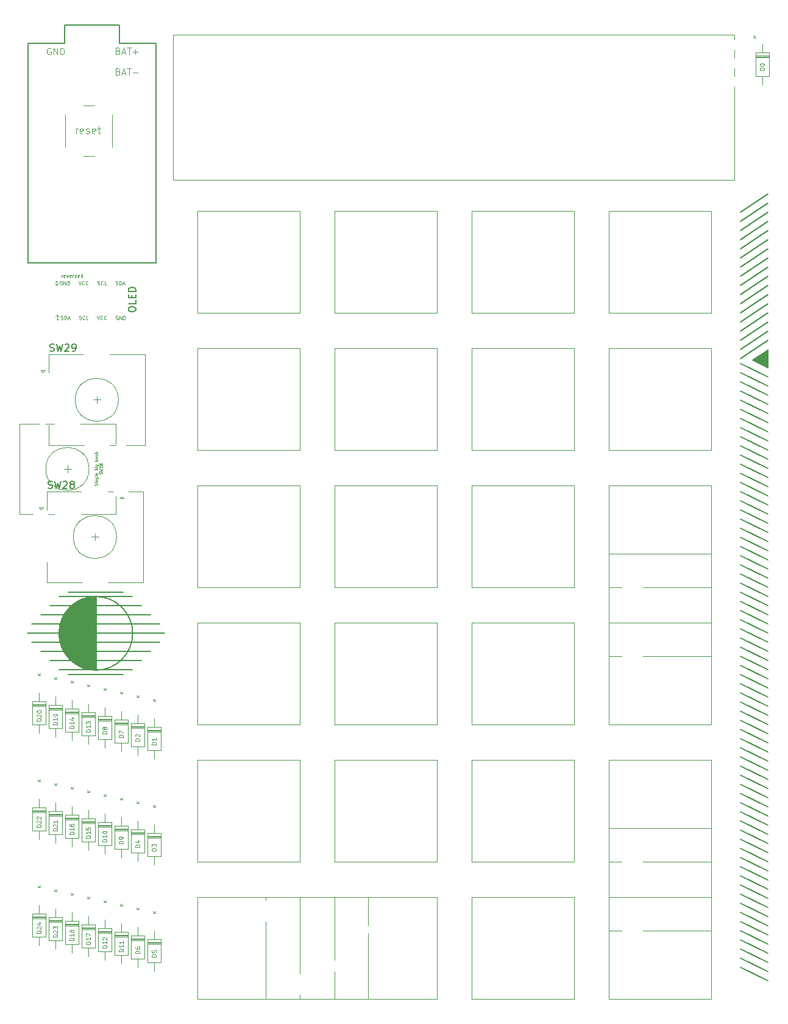
<source format=gbr>
%TF.GenerationSoftware,KiCad,Pcbnew,(5.1.10-1-10_14)*%
%TF.CreationDate,2021-10-29T16:46:54+02:00*%
%TF.ProjectId,Proletariat,50726f6c-6574-4617-9269-61742e6b6963,rev?*%
%TF.SameCoordinates,Original*%
%TF.FileFunction,Legend,Top*%
%TF.FilePolarity,Positive*%
%FSLAX46Y46*%
G04 Gerber Fmt 4.6, Leading zero omitted, Abs format (unit mm)*
G04 Created by KiCad (PCBNEW (5.1.10-1-10_14)) date 2021-10-29 16:46:54*
%MOMM*%
%LPD*%
G01*
G04 APERTURE LIST*
%ADD10C,0.200000*%
%ADD11C,0.100000*%
%ADD12C,0.150000*%
%ADD13C,0.050000*%
%ADD14C,0.070000*%
%ADD15C,0.040000*%
%ADD16C,0.120000*%
%ADD17C,0.080000*%
%ADD18O,1.500000X1.500000*%
%ADD19R,1.500000X1.500000*%
%ADD20O,1.700000X1.700000*%
%ADD21R,2.000000X2.000000*%
%ADD22C,2.000000*%
%ADD23R,3.000000X2.500000*%
%ADD24C,2.800000*%
%ADD25C,1.750000*%
%ADD26C,4.000000*%
%ADD27C,3.000000*%
%ADD28C,1.600000*%
%ADD29R,1.600000X1.600000*%
%ADD30C,3.500000*%
%ADD31C,3.200000*%
%ADD32R,3.500000X3.500000*%
G04 APERTURE END LIST*
D10*
X50800000Y-119380000D02*
X58420000Y-119380000D01*
X50800000Y-107950000D02*
X58420000Y-107950000D01*
D11*
G36*
X54660800Y-118757700D02*
G01*
X53721000Y-118745000D01*
X53086000Y-118618000D01*
X52451000Y-118364000D01*
X51816000Y-117983000D01*
X51181000Y-117475000D01*
X50673000Y-116967000D01*
X49911000Y-115697000D01*
X49657000Y-114935000D01*
X49530000Y-114427000D01*
X49530000Y-113030000D01*
X49784000Y-111887000D01*
X50165000Y-111125000D01*
X50546000Y-110490000D01*
X51181000Y-109855000D01*
X51816000Y-109347000D01*
X53086000Y-108839000D01*
X54660800Y-108623100D01*
X54660800Y-118757700D01*
G37*
X54660800Y-118757700D02*
X53721000Y-118745000D01*
X53086000Y-118618000D01*
X52451000Y-118364000D01*
X51816000Y-117983000D01*
X51181000Y-117475000D01*
X50673000Y-116967000D01*
X49911000Y-115697000D01*
X49657000Y-114935000D01*
X49530000Y-114427000D01*
X49530000Y-113030000D01*
X49784000Y-111887000D01*
X50165000Y-111125000D01*
X50546000Y-110490000D01*
X51181000Y-109855000D01*
X51816000Y-109347000D01*
X53086000Y-108839000D01*
X54660800Y-108623100D01*
X54660800Y-118757700D01*
D12*
X59729534Y-113665000D02*
G75*
G03*
X59729534Y-113665000I-5119534J0D01*
G01*
D10*
X49530000Y-108585000D02*
X59690000Y-108585000D01*
X48260000Y-109855000D02*
X60960000Y-109855000D01*
X46990000Y-111125000D02*
X62230000Y-111125000D01*
X45720000Y-112395000D02*
X63500000Y-112395000D01*
X45085000Y-113665000D02*
X64135000Y-113665000D01*
X45720000Y-114935000D02*
X63500000Y-114935000D01*
X46990000Y-116205000D02*
X62230000Y-116205000D01*
X48260000Y-117475000D02*
X60960000Y-117475000D01*
X49530000Y-118745000D02*
X59690000Y-118745000D01*
D11*
G36*
X147955000Y-76835000D02*
G01*
X145796000Y-75692000D01*
X147955000Y-74295000D01*
X147955000Y-76835000D01*
G37*
X147955000Y-76835000D02*
X145796000Y-75692000D01*
X147955000Y-74295000D01*
X147955000Y-76835000D01*
D10*
X147955000Y-158115000D02*
X144145000Y-156210000D01*
X147955000Y-151765000D02*
X144145000Y-149860000D01*
X147955000Y-155575000D02*
X144145000Y-153670000D01*
X147955000Y-153035000D02*
X144145000Y-151130000D01*
X147955000Y-159385000D02*
X144145000Y-157480000D01*
X147955000Y-161925000D02*
X144145000Y-160020000D01*
X147955000Y-156845000D02*
X144145000Y-154940000D01*
X147955000Y-154305000D02*
X144145000Y-152400000D01*
X147955000Y-160655000D02*
X144145000Y-158750000D01*
X147955000Y-150495000D02*
X144145000Y-148590000D01*
X147955000Y-145415000D02*
X144145000Y-143510000D01*
X147955000Y-139065000D02*
X144145000Y-137160000D01*
X147955000Y-142875000D02*
X144145000Y-140970000D01*
X147955000Y-140335000D02*
X144145000Y-138430000D01*
X147955000Y-146685000D02*
X144145000Y-144780000D01*
X147955000Y-149225000D02*
X144145000Y-147320000D01*
X147955000Y-144145000D02*
X144145000Y-142240000D01*
X147955000Y-141605000D02*
X144145000Y-139700000D01*
X147955000Y-147955000D02*
X144145000Y-146050000D01*
X147955000Y-137795000D02*
X144145000Y-135890000D01*
X147955000Y-132715000D02*
X144145000Y-130810000D01*
X147955000Y-126365000D02*
X144145000Y-124460000D01*
X147955000Y-130175000D02*
X144145000Y-128270000D01*
X147955000Y-127635000D02*
X144145000Y-125730000D01*
X147955000Y-133985000D02*
X144145000Y-132080000D01*
X147955000Y-136525000D02*
X144145000Y-134620000D01*
X147955000Y-131445000D02*
X144145000Y-129540000D01*
X147955000Y-128905000D02*
X144145000Y-127000000D01*
X147955000Y-135255000D02*
X144145000Y-133350000D01*
X147955000Y-125095000D02*
X144145000Y-123190000D01*
X147955000Y-120015000D02*
X144145000Y-118110000D01*
X147955000Y-113665000D02*
X144145000Y-111760000D01*
X147955000Y-117475000D02*
X144145000Y-115570000D01*
X147955000Y-114935000D02*
X144145000Y-113030000D01*
X147955000Y-121285000D02*
X144145000Y-119380000D01*
X147955000Y-123825000D02*
X144145000Y-121920000D01*
X147955000Y-118745000D02*
X144145000Y-116840000D01*
X147955000Y-116205000D02*
X144145000Y-114300000D01*
X147955000Y-122555000D02*
X144145000Y-120650000D01*
X147955000Y-112395000D02*
X144145000Y-110490000D01*
X147955000Y-107315000D02*
X144145000Y-105410000D01*
X147955000Y-100965000D02*
X144145000Y-99060000D01*
X147955000Y-104775000D02*
X144145000Y-102870000D01*
X147955000Y-102235000D02*
X144145000Y-100330000D01*
X147955000Y-108585000D02*
X144145000Y-106680000D01*
X147955000Y-111125000D02*
X144145000Y-109220000D01*
X147955000Y-106045000D02*
X144145000Y-104140000D01*
X147955000Y-103505000D02*
X144145000Y-101600000D01*
X147955000Y-109855000D02*
X144145000Y-107950000D01*
X147955000Y-99695000D02*
X144145000Y-97790000D01*
X147955000Y-98425000D02*
X144145000Y-96520000D01*
X147955000Y-97155000D02*
X144145000Y-95250000D01*
X147955000Y-95885000D02*
X144145000Y-93980000D01*
X147955000Y-94615000D02*
X144145000Y-92710000D01*
X147955000Y-78105000D02*
X144145000Y-76200000D01*
X147955000Y-79375000D02*
X144145000Y-77470000D01*
X147955000Y-80645000D02*
X144145000Y-78740000D01*
X147955000Y-81915000D02*
X144145000Y-80010000D01*
X147955000Y-93345000D02*
X144145000Y-91440000D01*
X147955000Y-92075000D02*
X144145000Y-90170000D01*
X147955000Y-90805000D02*
X144145000Y-88900000D01*
X147955000Y-89535000D02*
X144145000Y-87630000D01*
X147955000Y-83185000D02*
X144145000Y-81280000D01*
X147955000Y-84455000D02*
X144145000Y-82550000D01*
X147955000Y-88265000D02*
X144145000Y-86360000D01*
X147955000Y-86995000D02*
X144145000Y-85090000D01*
X147955000Y-85725000D02*
X144145000Y-83820000D01*
X147955000Y-73025000D02*
X144145000Y-75565000D01*
X147955000Y-65405000D02*
X144145000Y-67945000D01*
X147955000Y-69215000D02*
X144145000Y-71755000D01*
X147955000Y-67945000D02*
X144145000Y-70485000D01*
X147955000Y-64135000D02*
X144145000Y-66675000D01*
X147955000Y-66675000D02*
X144145000Y-69215000D01*
X147955000Y-70485000D02*
X144145000Y-73025000D01*
X147955000Y-71755000D02*
X144145000Y-74295000D01*
X147955000Y-62865000D02*
X144145000Y-65405000D01*
X147955000Y-61595000D02*
X144145000Y-64135000D01*
X147955000Y-60325000D02*
X144145000Y-62865000D01*
X147955000Y-59055000D02*
X144145000Y-61595000D01*
X147955000Y-57785000D02*
X144145000Y-60325000D01*
X147955000Y-56515000D02*
X144145000Y-59055000D01*
X147955000Y-55245000D02*
X144145000Y-57785000D01*
X147955000Y-53975000D02*
X144145000Y-56515000D01*
X147955000Y-52705000D02*
X144145000Y-55245000D01*
D11*
X51847952Y-44267380D02*
X51847952Y-43600714D01*
X51847952Y-43791190D02*
X51895571Y-43695952D01*
X51943190Y-43648333D01*
X52038428Y-43600714D01*
X52133666Y-43600714D01*
X52847952Y-44219761D02*
X52752714Y-44267380D01*
X52562238Y-44267380D01*
X52467000Y-44219761D01*
X52419380Y-44124523D01*
X52419380Y-43743571D01*
X52467000Y-43648333D01*
X52562238Y-43600714D01*
X52752714Y-43600714D01*
X52847952Y-43648333D01*
X52895571Y-43743571D01*
X52895571Y-43838809D01*
X52419380Y-43934047D01*
X53276523Y-44219761D02*
X53371761Y-44267380D01*
X53562238Y-44267380D01*
X53657476Y-44219761D01*
X53705095Y-44124523D01*
X53705095Y-44076904D01*
X53657476Y-43981666D01*
X53562238Y-43934047D01*
X53419380Y-43934047D01*
X53324142Y-43886428D01*
X53276523Y-43791190D01*
X53276523Y-43743571D01*
X53324142Y-43648333D01*
X53419380Y-43600714D01*
X53562238Y-43600714D01*
X53657476Y-43648333D01*
X54514619Y-44219761D02*
X54419380Y-44267380D01*
X54228904Y-44267380D01*
X54133666Y-44219761D01*
X54086047Y-44124523D01*
X54086047Y-43743571D01*
X54133666Y-43648333D01*
X54228904Y-43600714D01*
X54419380Y-43600714D01*
X54514619Y-43648333D01*
X54562238Y-43743571D01*
X54562238Y-43838809D01*
X54086047Y-43934047D01*
X54847952Y-43600714D02*
X55228904Y-43600714D01*
X54990809Y-43267380D02*
X54990809Y-44124523D01*
X55038428Y-44219761D01*
X55133666Y-44267380D01*
X55228904Y-44267380D01*
D13*
X49149000Y-70104000D02*
X49403000Y-70104000D01*
X49022000Y-64770000D02*
X49276000Y-64770000D01*
X49276000Y-69469000D02*
X49022000Y-69723000D01*
X49530000Y-69723000D02*
X49276000Y-69469000D01*
X49276000Y-70104000D02*
X49276000Y-69469000D01*
X49149000Y-65405000D02*
X49403000Y-65151000D01*
X48895000Y-65151000D02*
X49149000Y-65405000D01*
X49149000Y-64770000D02*
X49149000Y-65405000D01*
D14*
X54817904Y-93119285D02*
X54836952Y-93062142D01*
X54836952Y-92966904D01*
X54817904Y-92928809D01*
X54798857Y-92909761D01*
X54760761Y-92890714D01*
X54722666Y-92890714D01*
X54684571Y-92909761D01*
X54665523Y-92928809D01*
X54646476Y-92966904D01*
X54627428Y-93043095D01*
X54608380Y-93081190D01*
X54589333Y-93100238D01*
X54551238Y-93119285D01*
X54513142Y-93119285D01*
X54475047Y-93100238D01*
X54456000Y-93081190D01*
X54436952Y-93043095D01*
X54436952Y-92947857D01*
X54456000Y-92890714D01*
X54836952Y-92719285D02*
X54570285Y-92719285D01*
X54436952Y-92719285D02*
X54456000Y-92738333D01*
X54475047Y-92719285D01*
X54456000Y-92700238D01*
X54436952Y-92719285D01*
X54475047Y-92719285D01*
X54570285Y-92528809D02*
X54836952Y-92528809D01*
X54608380Y-92528809D02*
X54589333Y-92509761D01*
X54570285Y-92471666D01*
X54570285Y-92414523D01*
X54589333Y-92376428D01*
X54627428Y-92357380D01*
X54836952Y-92357380D01*
X54570285Y-91995476D02*
X54894095Y-91995476D01*
X54932190Y-92014523D01*
X54951238Y-92033571D01*
X54970285Y-92071666D01*
X54970285Y-92128809D01*
X54951238Y-92166904D01*
X54817904Y-91995476D02*
X54836952Y-92033571D01*
X54836952Y-92109761D01*
X54817904Y-92147857D01*
X54798857Y-92166904D01*
X54760761Y-92185952D01*
X54646476Y-92185952D01*
X54608380Y-92166904D01*
X54589333Y-92147857D01*
X54570285Y-92109761D01*
X54570285Y-92033571D01*
X54589333Y-91995476D01*
X54836952Y-91747857D02*
X54817904Y-91785952D01*
X54779809Y-91805000D01*
X54436952Y-91805000D01*
X54817904Y-91443095D02*
X54836952Y-91481190D01*
X54836952Y-91557380D01*
X54817904Y-91595476D01*
X54779809Y-91614523D01*
X54627428Y-91614523D01*
X54589333Y-91595476D01*
X54570285Y-91557380D01*
X54570285Y-91481190D01*
X54589333Y-91443095D01*
X54627428Y-91424047D01*
X54665523Y-91424047D01*
X54703619Y-91614523D01*
X54836952Y-90947857D02*
X54436952Y-90947857D01*
X54589333Y-90947857D02*
X54570285Y-90909761D01*
X54570285Y-90833571D01*
X54589333Y-90795476D01*
X54608380Y-90776428D01*
X54646476Y-90757380D01*
X54760761Y-90757380D01*
X54798857Y-90776428D01*
X54817904Y-90795476D01*
X54836952Y-90833571D01*
X54836952Y-90909761D01*
X54817904Y-90947857D01*
X54836952Y-90585952D02*
X54570285Y-90585952D01*
X54436952Y-90585952D02*
X54456000Y-90605000D01*
X54475047Y-90585952D01*
X54456000Y-90566904D01*
X54436952Y-90585952D01*
X54475047Y-90585952D01*
X54570285Y-90224047D02*
X54894095Y-90224047D01*
X54932190Y-90243095D01*
X54951238Y-90262142D01*
X54970285Y-90300238D01*
X54970285Y-90357380D01*
X54951238Y-90395476D01*
X54817904Y-90224047D02*
X54836952Y-90262142D01*
X54836952Y-90338333D01*
X54817904Y-90376428D01*
X54798857Y-90395476D01*
X54760761Y-90414523D01*
X54646476Y-90414523D01*
X54608380Y-90395476D01*
X54589333Y-90376428D01*
X54570285Y-90338333D01*
X54570285Y-90262142D01*
X54589333Y-90224047D01*
X54836952Y-89728809D02*
X54436952Y-89728809D01*
X54684571Y-89690714D02*
X54836952Y-89576428D01*
X54570285Y-89576428D02*
X54722666Y-89728809D01*
X54570285Y-89405000D02*
X54836952Y-89405000D01*
X54608380Y-89405000D02*
X54589333Y-89385952D01*
X54570285Y-89347857D01*
X54570285Y-89290714D01*
X54589333Y-89252619D01*
X54627428Y-89233571D01*
X54836952Y-89233571D01*
X54836952Y-88985952D02*
X54817904Y-89024047D01*
X54798857Y-89043095D01*
X54760761Y-89062142D01*
X54646476Y-89062142D01*
X54608380Y-89043095D01*
X54589333Y-89024047D01*
X54570285Y-88985952D01*
X54570285Y-88928809D01*
X54589333Y-88890714D01*
X54608380Y-88871666D01*
X54646476Y-88852619D01*
X54760761Y-88852619D01*
X54798857Y-88871666D01*
X54817904Y-88890714D01*
X54836952Y-88928809D01*
X54836952Y-88985952D01*
X54836952Y-88681190D02*
X54436952Y-88681190D01*
X54589333Y-88681190D02*
X54570285Y-88643095D01*
X54570285Y-88566904D01*
X54589333Y-88528809D01*
X54608380Y-88509761D01*
X54646476Y-88490714D01*
X54760761Y-88490714D01*
X54798857Y-88509761D01*
X54817904Y-88528809D01*
X54836952Y-88566904D01*
X54836952Y-88643095D01*
X54817904Y-88681190D01*
X55487904Y-91528809D02*
X55506952Y-91471666D01*
X55506952Y-91376428D01*
X55487904Y-91338333D01*
X55468857Y-91319285D01*
X55430761Y-91300238D01*
X55392666Y-91300238D01*
X55354571Y-91319285D01*
X55335523Y-91338333D01*
X55316476Y-91376428D01*
X55297428Y-91452619D01*
X55278380Y-91490714D01*
X55259333Y-91509761D01*
X55221238Y-91528809D01*
X55183142Y-91528809D01*
X55145047Y-91509761D01*
X55126000Y-91490714D01*
X55106952Y-91452619D01*
X55106952Y-91357380D01*
X55126000Y-91300238D01*
X55106952Y-91166904D02*
X55506952Y-91071666D01*
X55221238Y-90995476D01*
X55506952Y-90919285D01*
X55106952Y-90824047D01*
X55145047Y-90690714D02*
X55126000Y-90671666D01*
X55106952Y-90633571D01*
X55106952Y-90538333D01*
X55126000Y-90500238D01*
X55145047Y-90481190D01*
X55183142Y-90462142D01*
X55221238Y-90462142D01*
X55278380Y-90481190D01*
X55506952Y-90709761D01*
X55506952Y-90462142D01*
X55278380Y-90233571D02*
X55259333Y-90271666D01*
X55240285Y-90290714D01*
X55202190Y-90309761D01*
X55183142Y-90309761D01*
X55145047Y-90290714D01*
X55126000Y-90271666D01*
X55106952Y-90233571D01*
X55106952Y-90157380D01*
X55126000Y-90119285D01*
X55145047Y-90100238D01*
X55183142Y-90081190D01*
X55202190Y-90081190D01*
X55240285Y-90100238D01*
X55259333Y-90119285D01*
X55278380Y-90157380D01*
X55278380Y-90233571D01*
X55297428Y-90271666D01*
X55316476Y-90290714D01*
X55354571Y-90309761D01*
X55430761Y-90309761D01*
X55468857Y-90290714D01*
X55487904Y-90271666D01*
X55506952Y-90233571D01*
X55506952Y-90157380D01*
X55487904Y-90119285D01*
X55468857Y-90100238D01*
X55430761Y-90081190D01*
X55354571Y-90081190D01*
X55316476Y-90100238D01*
X55297428Y-90119285D01*
X55278380Y-90157380D01*
D11*
X48336285Y-32443000D02*
X48250571Y-32400142D01*
X48122000Y-32400142D01*
X47993428Y-32443000D01*
X47907714Y-32528714D01*
X47864857Y-32614428D01*
X47822000Y-32785857D01*
X47822000Y-32914428D01*
X47864857Y-33085857D01*
X47907714Y-33171571D01*
X47993428Y-33257285D01*
X48122000Y-33300142D01*
X48207714Y-33300142D01*
X48336285Y-33257285D01*
X48379142Y-33214428D01*
X48379142Y-32914428D01*
X48207714Y-32914428D01*
X48764857Y-33300142D02*
X48764857Y-32400142D01*
X49279142Y-33300142D01*
X49279142Y-32400142D01*
X49707714Y-33300142D02*
X49707714Y-32400142D01*
X49922000Y-32400142D01*
X50050571Y-32443000D01*
X50136285Y-32528714D01*
X50179142Y-32614428D01*
X50222000Y-32785857D01*
X50222000Y-32914428D01*
X50179142Y-33085857D01*
X50136285Y-33171571D01*
X50050571Y-33257285D01*
X49922000Y-33300142D01*
X49707714Y-33300142D01*
X57706571Y-32775714D02*
X57835142Y-32818571D01*
X57878000Y-32861428D01*
X57920857Y-32947142D01*
X57920857Y-33075714D01*
X57878000Y-33161428D01*
X57835142Y-33204285D01*
X57749428Y-33247142D01*
X57406571Y-33247142D01*
X57406571Y-32347142D01*
X57706571Y-32347142D01*
X57792285Y-32390000D01*
X57835142Y-32432857D01*
X57878000Y-32518571D01*
X57878000Y-32604285D01*
X57835142Y-32690000D01*
X57792285Y-32732857D01*
X57706571Y-32775714D01*
X57406571Y-32775714D01*
X58263714Y-32990000D02*
X58692285Y-32990000D01*
X58178000Y-33247142D02*
X58478000Y-32347142D01*
X58778000Y-33247142D01*
X58949428Y-32347142D02*
X59463714Y-32347142D01*
X59206571Y-33247142D02*
X59206571Y-32347142D01*
X59763714Y-32904285D02*
X60449428Y-32904285D01*
X60106571Y-33247142D02*
X60106571Y-32561428D01*
X57706571Y-35675714D02*
X57835142Y-35718571D01*
X57878000Y-35761428D01*
X57920857Y-35847142D01*
X57920857Y-35975714D01*
X57878000Y-36061428D01*
X57835142Y-36104285D01*
X57749428Y-36147142D01*
X57406571Y-36147142D01*
X57406571Y-35247142D01*
X57706571Y-35247142D01*
X57792285Y-35290000D01*
X57835142Y-35332857D01*
X57878000Y-35418571D01*
X57878000Y-35504285D01*
X57835142Y-35590000D01*
X57792285Y-35632857D01*
X57706571Y-35675714D01*
X57406571Y-35675714D01*
X58263714Y-35890000D02*
X58692285Y-35890000D01*
X58178000Y-36147142D02*
X58478000Y-35247142D01*
X58778000Y-36147142D01*
X58949428Y-35247142D02*
X59463714Y-35247142D01*
X59206571Y-36147142D02*
X59206571Y-35247142D01*
X59763714Y-35804285D02*
X60449428Y-35804285D01*
D13*
X49899619Y-64774000D02*
X49852000Y-64750190D01*
X49780571Y-64750190D01*
X49709142Y-64774000D01*
X49661523Y-64821619D01*
X49637714Y-64869238D01*
X49613904Y-64964476D01*
X49613904Y-65035904D01*
X49637714Y-65131142D01*
X49661523Y-65178761D01*
X49709142Y-65226380D01*
X49780571Y-65250190D01*
X49828190Y-65250190D01*
X49899619Y-65226380D01*
X49923428Y-65202571D01*
X49923428Y-65035904D01*
X49828190Y-65035904D01*
X50137714Y-65250190D02*
X50137714Y-64750190D01*
X50423428Y-65250190D01*
X50423428Y-64750190D01*
X50661523Y-65250190D02*
X50661523Y-64750190D01*
X50780571Y-64750190D01*
X50852000Y-64774000D01*
X50899619Y-64821619D01*
X50923428Y-64869238D01*
X50947238Y-64964476D01*
X50947238Y-65035904D01*
X50923428Y-65131142D01*
X50899619Y-65178761D01*
X50852000Y-65226380D01*
X50780571Y-65250190D01*
X50661523Y-65250190D01*
X52232952Y-64750190D02*
X52399619Y-65250190D01*
X52566285Y-64750190D01*
X53018666Y-65202571D02*
X52994857Y-65226380D01*
X52923428Y-65250190D01*
X52875809Y-65250190D01*
X52804380Y-65226380D01*
X52756761Y-65178761D01*
X52732952Y-65131142D01*
X52709142Y-65035904D01*
X52709142Y-64964476D01*
X52732952Y-64869238D01*
X52756761Y-64821619D01*
X52804380Y-64774000D01*
X52875809Y-64750190D01*
X52923428Y-64750190D01*
X52994857Y-64774000D01*
X53018666Y-64797809D01*
X53518666Y-65202571D02*
X53494857Y-65226380D01*
X53423428Y-65250190D01*
X53375809Y-65250190D01*
X53304380Y-65226380D01*
X53256761Y-65178761D01*
X53232952Y-65131142D01*
X53209142Y-65035904D01*
X53209142Y-64964476D01*
X53232952Y-64869238D01*
X53256761Y-64821619D01*
X53304380Y-64774000D01*
X53375809Y-64750190D01*
X53423428Y-64750190D01*
X53494857Y-64774000D01*
X53518666Y-64797809D01*
X54852000Y-65226380D02*
X54923428Y-65250190D01*
X55042476Y-65250190D01*
X55090095Y-65226380D01*
X55113904Y-65202571D01*
X55137714Y-65154952D01*
X55137714Y-65107333D01*
X55113904Y-65059714D01*
X55090095Y-65035904D01*
X55042476Y-65012095D01*
X54947238Y-64988285D01*
X54899619Y-64964476D01*
X54875809Y-64940666D01*
X54852000Y-64893047D01*
X54852000Y-64845428D01*
X54875809Y-64797809D01*
X54899619Y-64774000D01*
X54947238Y-64750190D01*
X55066285Y-64750190D01*
X55137714Y-64774000D01*
X55637714Y-65202571D02*
X55613904Y-65226380D01*
X55542476Y-65250190D01*
X55494857Y-65250190D01*
X55423428Y-65226380D01*
X55375809Y-65178761D01*
X55352000Y-65131142D01*
X55328190Y-65035904D01*
X55328190Y-64964476D01*
X55352000Y-64869238D01*
X55375809Y-64821619D01*
X55423428Y-64774000D01*
X55494857Y-64750190D01*
X55542476Y-64750190D01*
X55613904Y-64774000D01*
X55637714Y-64797809D01*
X56090095Y-65250190D02*
X55852000Y-65250190D01*
X55852000Y-64750190D01*
X57375809Y-65226380D02*
X57447238Y-65250190D01*
X57566285Y-65250190D01*
X57613904Y-65226380D01*
X57637714Y-65202571D01*
X57661523Y-65154952D01*
X57661523Y-65107333D01*
X57637714Y-65059714D01*
X57613904Y-65035904D01*
X57566285Y-65012095D01*
X57471047Y-64988285D01*
X57423428Y-64964476D01*
X57399619Y-64940666D01*
X57375809Y-64893047D01*
X57375809Y-64845428D01*
X57399619Y-64797809D01*
X57423428Y-64774000D01*
X57471047Y-64750190D01*
X57590095Y-64750190D01*
X57661523Y-64774000D01*
X57875809Y-65250190D02*
X57875809Y-64750190D01*
X57994857Y-64750190D01*
X58066285Y-64774000D01*
X58113904Y-64821619D01*
X58137714Y-64869238D01*
X58161523Y-64964476D01*
X58161523Y-65035904D01*
X58137714Y-65131142D01*
X58113904Y-65178761D01*
X58066285Y-65226380D01*
X57994857Y-65250190D01*
X57875809Y-65250190D01*
X58351999Y-65107333D02*
X58590095Y-65107333D01*
X58304380Y-65250190D02*
X58471047Y-64750190D01*
X58637714Y-65250190D01*
X49740904Y-70052380D02*
X49812333Y-70076190D01*
X49931380Y-70076190D01*
X49979000Y-70052380D01*
X50002809Y-70028571D01*
X50026619Y-69980952D01*
X50026619Y-69933333D01*
X50002809Y-69885714D01*
X49979000Y-69861904D01*
X49931380Y-69838095D01*
X49836142Y-69814285D01*
X49788523Y-69790476D01*
X49764714Y-69766666D01*
X49740904Y-69719047D01*
X49740904Y-69671428D01*
X49764714Y-69623809D01*
X49788523Y-69600000D01*
X49836142Y-69576190D01*
X49955190Y-69576190D01*
X50026619Y-69600000D01*
X50240904Y-70076190D02*
X50240904Y-69576190D01*
X50359952Y-69576190D01*
X50431380Y-69600000D01*
X50479000Y-69647619D01*
X50502809Y-69695238D01*
X50526619Y-69790476D01*
X50526619Y-69861904D01*
X50502809Y-69957142D01*
X50479000Y-70004761D01*
X50431380Y-70052380D01*
X50359952Y-70076190D01*
X50240904Y-70076190D01*
X50717095Y-69933333D02*
X50955190Y-69933333D01*
X50669476Y-70076190D02*
X50836142Y-69576190D01*
X51002809Y-70076190D01*
X52288523Y-70052380D02*
X52359952Y-70076190D01*
X52479000Y-70076190D01*
X52526619Y-70052380D01*
X52550428Y-70028571D01*
X52574238Y-69980952D01*
X52574238Y-69933333D01*
X52550428Y-69885714D01*
X52526619Y-69861904D01*
X52479000Y-69838095D01*
X52383761Y-69814285D01*
X52336142Y-69790476D01*
X52312333Y-69766666D01*
X52288523Y-69719047D01*
X52288523Y-69671428D01*
X52312333Y-69623809D01*
X52336142Y-69600000D01*
X52383761Y-69576190D01*
X52502809Y-69576190D01*
X52574238Y-69600000D01*
X53074238Y-70028571D02*
X53050428Y-70052380D01*
X52979000Y-70076190D01*
X52931380Y-70076190D01*
X52859952Y-70052380D01*
X52812333Y-70004761D01*
X52788523Y-69957142D01*
X52764714Y-69861904D01*
X52764714Y-69790476D01*
X52788523Y-69695238D01*
X52812333Y-69647619D01*
X52859952Y-69600000D01*
X52931380Y-69576190D01*
X52979000Y-69576190D01*
X53050428Y-69600000D01*
X53074238Y-69623809D01*
X53526619Y-70076190D02*
X53288523Y-70076190D01*
X53288523Y-69576190D01*
X54764714Y-69576190D02*
X54931380Y-70076190D01*
X55098047Y-69576190D01*
X55550428Y-70028571D02*
X55526619Y-70052380D01*
X55455190Y-70076190D01*
X55407571Y-70076190D01*
X55336142Y-70052380D01*
X55288523Y-70004761D01*
X55264714Y-69957142D01*
X55240904Y-69861904D01*
X55240904Y-69790476D01*
X55264714Y-69695238D01*
X55288523Y-69647619D01*
X55336142Y-69600000D01*
X55407571Y-69576190D01*
X55455190Y-69576190D01*
X55526619Y-69600000D01*
X55550428Y-69623809D01*
X56050428Y-70028571D02*
X56026619Y-70052380D01*
X55955190Y-70076190D01*
X55907571Y-70076190D01*
X55836142Y-70052380D01*
X55788523Y-70004761D01*
X55764714Y-69957142D01*
X55740904Y-69861904D01*
X55740904Y-69790476D01*
X55764714Y-69695238D01*
X55788523Y-69647619D01*
X55836142Y-69600000D01*
X55907571Y-69576190D01*
X55955190Y-69576190D01*
X56026619Y-69600000D01*
X56050428Y-69623809D01*
X57669476Y-69600000D02*
X57621857Y-69576190D01*
X57550428Y-69576190D01*
X57478999Y-69600000D01*
X57431380Y-69647619D01*
X57407571Y-69695238D01*
X57383761Y-69790476D01*
X57383761Y-69861904D01*
X57407571Y-69957142D01*
X57431380Y-70004761D01*
X57478999Y-70052380D01*
X57550428Y-70076190D01*
X57598047Y-70076190D01*
X57669476Y-70052380D01*
X57693285Y-70028571D01*
X57693285Y-69861904D01*
X57598047Y-69861904D01*
X57907571Y-70076190D02*
X57907571Y-69576190D01*
X58193285Y-70076190D01*
X58193285Y-69576190D01*
X58431380Y-70076190D02*
X58431380Y-69576190D01*
X58550428Y-69576190D01*
X58621857Y-69600000D01*
X58669476Y-69647619D01*
X58693285Y-69695238D01*
X58717095Y-69790476D01*
X58717095Y-69861904D01*
X58693285Y-69957142D01*
X58669476Y-70004761D01*
X58621857Y-70052380D01*
X58550428Y-70076190D01*
X58431380Y-70076190D01*
D15*
X49855619Y-64234190D02*
X49855619Y-63900857D01*
X49855619Y-63996095D02*
X49879428Y-63948476D01*
X49903238Y-63924666D01*
X49950857Y-63900857D01*
X49998476Y-63900857D01*
X50355619Y-64210380D02*
X50308000Y-64234190D01*
X50212761Y-64234190D01*
X50165142Y-64210380D01*
X50141333Y-64162761D01*
X50141333Y-63972285D01*
X50165142Y-63924666D01*
X50212761Y-63900857D01*
X50308000Y-63900857D01*
X50355619Y-63924666D01*
X50379428Y-63972285D01*
X50379428Y-64019904D01*
X50141333Y-64067523D01*
X50546095Y-63900857D02*
X50665142Y-64234190D01*
X50784190Y-63900857D01*
X51165142Y-64210380D02*
X51117523Y-64234190D01*
X51022285Y-64234190D01*
X50974666Y-64210380D01*
X50950857Y-64162761D01*
X50950857Y-63972285D01*
X50974666Y-63924666D01*
X51022285Y-63900857D01*
X51117523Y-63900857D01*
X51165142Y-63924666D01*
X51188952Y-63972285D01*
X51188952Y-64019904D01*
X50950857Y-64067523D01*
X51403238Y-64234190D02*
X51403238Y-63900857D01*
X51403238Y-63996095D02*
X51427047Y-63948476D01*
X51450857Y-63924666D01*
X51498476Y-63900857D01*
X51546095Y-63900857D01*
X51688952Y-64210380D02*
X51736571Y-64234190D01*
X51831809Y-64234190D01*
X51879428Y-64210380D01*
X51903238Y-64162761D01*
X51903238Y-64138952D01*
X51879428Y-64091333D01*
X51831809Y-64067523D01*
X51760380Y-64067523D01*
X51712761Y-64043714D01*
X51688952Y-63996095D01*
X51688952Y-63972285D01*
X51712761Y-63924666D01*
X51760380Y-63900857D01*
X51831809Y-63900857D01*
X51879428Y-63924666D01*
X52308000Y-64210380D02*
X52260380Y-64234190D01*
X52165142Y-64234190D01*
X52117523Y-64210380D01*
X52093714Y-64162761D01*
X52093714Y-63972285D01*
X52117523Y-63924666D01*
X52165142Y-63900857D01*
X52260380Y-63900857D01*
X52308000Y-63924666D01*
X52331809Y-63972285D01*
X52331809Y-64019904D01*
X52093714Y-64067523D01*
X52760380Y-64234190D02*
X52760380Y-63734190D01*
X52760380Y-64210380D02*
X52712761Y-64234190D01*
X52617523Y-64234190D01*
X52569904Y-64210380D01*
X52546095Y-64186571D01*
X52522285Y-64138952D01*
X52522285Y-63996095D01*
X52546095Y-63948476D01*
X52569904Y-63924666D01*
X52617523Y-63900857D01*
X52712761Y-63900857D01*
X52760380Y-63924666D01*
D16*
%TO.C,D0*%
X148113000Y-33031000D02*
X146273000Y-33031000D01*
X146273000Y-36311000D02*
X148113000Y-36311000D01*
X146273000Y-33031000D02*
X146273000Y-36311000D01*
X147193000Y-31851000D02*
X147193000Y-33031000D01*
X148113000Y-36311000D02*
X148113000Y-33031000D01*
X148113000Y-33607000D02*
X146273000Y-33607000D01*
X147193000Y-37491000D02*
X147193000Y-36311000D01*
X148113000Y-33487000D02*
X146273000Y-33487000D01*
X148113000Y-33727000D02*
X146273000Y-33727000D01*
%TO.C,SW29*%
X54244000Y-81240000D02*
X55244000Y-81240000D01*
X54744000Y-80740000D02*
X54744000Y-81740000D01*
X47544000Y-77140000D02*
X47244000Y-77440000D01*
X46944000Y-77140000D02*
X47544000Y-77140000D01*
X47244000Y-77440000D02*
X46944000Y-77140000D01*
X48044000Y-74940000D02*
X48044000Y-77440000D01*
X52844000Y-74940000D02*
X48044000Y-74940000D01*
X48044000Y-87540000D02*
X48044000Y-84740000D01*
X52944000Y-87540000D02*
X48044000Y-87540000D01*
X61444000Y-87540000D02*
X56544000Y-87540000D01*
X61444000Y-74940000D02*
X61444000Y-87540000D01*
X56544000Y-74940000D02*
X61444000Y-74940000D01*
X57744000Y-81240000D02*
G75*
G03*
X57744000Y-81240000I-3000000J0D01*
G01*
%TO.C,SW28*%
X53990000Y-100290000D02*
X54990000Y-100290000D01*
X54490000Y-99790000D02*
X54490000Y-100790000D01*
X47290000Y-96190000D02*
X46990000Y-96490000D01*
X46690000Y-96190000D02*
X47290000Y-96190000D01*
X46990000Y-96490000D02*
X46690000Y-96190000D01*
X47790000Y-93990000D02*
X47790000Y-96490000D01*
X52590000Y-93990000D02*
X47790000Y-93990000D01*
X47790000Y-106590000D02*
X47790000Y-103790000D01*
X52690000Y-106590000D02*
X47790000Y-106590000D01*
X61190000Y-106590000D02*
X56290000Y-106590000D01*
X61190000Y-93990000D02*
X61190000Y-106590000D01*
X56290000Y-93990000D02*
X61190000Y-93990000D01*
X57490000Y-100290000D02*
G75*
G03*
X57490000Y-100290000I-3000000J0D01*
G01*
%TO.C,SW32*%
X51166000Y-90845000D02*
X50166000Y-90845000D01*
X50666000Y-91345000D02*
X50666000Y-90345000D01*
X57866000Y-94945000D02*
X58166000Y-94645000D01*
X58466000Y-94945000D02*
X57866000Y-94945000D01*
X58166000Y-94645000D02*
X58466000Y-94945000D01*
X57366000Y-97145000D02*
X57366000Y-94645000D01*
X52566000Y-97145000D02*
X57366000Y-97145000D01*
X57366000Y-84545000D02*
X57366000Y-87345000D01*
X52466000Y-84545000D02*
X57366000Y-84545000D01*
X43966000Y-84545000D02*
X48866000Y-84545000D01*
X43966000Y-97145000D02*
X43966000Y-84545000D01*
X48866000Y-97145000D02*
X43966000Y-97145000D01*
X53666000Y-90845000D02*
G75*
G03*
X53666000Y-90845000I-3000000J0D01*
G01*
%TO.C,SW31*%
X50380000Y-41640000D02*
X50380000Y-46140000D01*
X54380000Y-40390000D02*
X52880000Y-40390000D01*
X56880000Y-46140000D02*
X56880000Y-41640000D01*
X52880000Y-47390000D02*
X54380000Y-47390000D01*
%TO.C,D22*%
X47656000Y-137806000D02*
X45816000Y-137806000D01*
X45816000Y-141086000D02*
X47656000Y-141086000D01*
X45816000Y-137806000D02*
X45816000Y-141086000D01*
X46736000Y-136626000D02*
X46736000Y-137806000D01*
X47656000Y-141086000D02*
X47656000Y-137806000D01*
X47656000Y-138382000D02*
X45816000Y-138382000D01*
X46736000Y-142266000D02*
X46736000Y-141086000D01*
X47656000Y-138262000D02*
X45816000Y-138262000D01*
X47656000Y-138502000D02*
X45816000Y-138502000D01*
%TO.C,D24*%
X47656000Y-152538000D02*
X45816000Y-152538000D01*
X45816000Y-155818000D02*
X47656000Y-155818000D01*
X45816000Y-152538000D02*
X45816000Y-155818000D01*
X46736000Y-151358000D02*
X46736000Y-152538000D01*
X47656000Y-155818000D02*
X47656000Y-152538000D01*
X47656000Y-153114000D02*
X45816000Y-153114000D01*
X46736000Y-156998000D02*
X46736000Y-155818000D01*
X47656000Y-152994000D02*
X45816000Y-152994000D01*
X47656000Y-153234000D02*
X45816000Y-153234000D01*
%TO.C,D23*%
X49942000Y-153046000D02*
X48102000Y-153046000D01*
X48102000Y-156326000D02*
X49942000Y-156326000D01*
X48102000Y-153046000D02*
X48102000Y-156326000D01*
X49022000Y-151866000D02*
X49022000Y-153046000D01*
X49942000Y-156326000D02*
X49942000Y-153046000D01*
X49942000Y-153622000D02*
X48102000Y-153622000D01*
X49022000Y-157506000D02*
X49022000Y-156326000D01*
X49942000Y-153502000D02*
X48102000Y-153502000D01*
X49942000Y-153742000D02*
X48102000Y-153742000D01*
%TO.C,D21*%
X49942000Y-138314000D02*
X48102000Y-138314000D01*
X48102000Y-141594000D02*
X49942000Y-141594000D01*
X48102000Y-138314000D02*
X48102000Y-141594000D01*
X49022000Y-137134000D02*
X49022000Y-138314000D01*
X49942000Y-141594000D02*
X49942000Y-138314000D01*
X49942000Y-138890000D02*
X48102000Y-138890000D01*
X49022000Y-142774000D02*
X49022000Y-141594000D01*
X49942000Y-138770000D02*
X48102000Y-138770000D01*
X49942000Y-139010000D02*
X48102000Y-139010000D01*
%TO.C,D20*%
X47656000Y-123074000D02*
X45816000Y-123074000D01*
X45816000Y-126354000D02*
X47656000Y-126354000D01*
X45816000Y-123074000D02*
X45816000Y-126354000D01*
X46736000Y-121894000D02*
X46736000Y-123074000D01*
X47656000Y-126354000D02*
X47656000Y-123074000D01*
X47656000Y-123650000D02*
X45816000Y-123650000D01*
X46736000Y-127534000D02*
X46736000Y-126354000D01*
X47656000Y-123530000D02*
X45816000Y-123530000D01*
X47656000Y-123770000D02*
X45816000Y-123770000D01*
%TO.C,D19*%
X49942000Y-123582000D02*
X48102000Y-123582000D01*
X48102000Y-126862000D02*
X49942000Y-126862000D01*
X48102000Y-123582000D02*
X48102000Y-126862000D01*
X49022000Y-122402000D02*
X49022000Y-123582000D01*
X49942000Y-126862000D02*
X49942000Y-123582000D01*
X49942000Y-124158000D02*
X48102000Y-124158000D01*
X49022000Y-128042000D02*
X49022000Y-126862000D01*
X49942000Y-124038000D02*
X48102000Y-124038000D01*
X49942000Y-124278000D02*
X48102000Y-124278000D01*
%TO.C,D18*%
X52228000Y-153554000D02*
X50388000Y-153554000D01*
X50388000Y-156834000D02*
X52228000Y-156834000D01*
X50388000Y-153554000D02*
X50388000Y-156834000D01*
X51308000Y-152374000D02*
X51308000Y-153554000D01*
X52228000Y-156834000D02*
X52228000Y-153554000D01*
X52228000Y-154130000D02*
X50388000Y-154130000D01*
X51308000Y-158014000D02*
X51308000Y-156834000D01*
X52228000Y-154010000D02*
X50388000Y-154010000D01*
X52228000Y-154250000D02*
X50388000Y-154250000D01*
%TO.C,D17*%
X54514000Y-154062000D02*
X52674000Y-154062000D01*
X52674000Y-157342000D02*
X54514000Y-157342000D01*
X52674000Y-154062000D02*
X52674000Y-157342000D01*
X53594000Y-152882000D02*
X53594000Y-154062000D01*
X54514000Y-157342000D02*
X54514000Y-154062000D01*
X54514000Y-154638000D02*
X52674000Y-154638000D01*
X53594000Y-158522000D02*
X53594000Y-157342000D01*
X54514000Y-154518000D02*
X52674000Y-154518000D01*
X54514000Y-154758000D02*
X52674000Y-154758000D01*
%TO.C,D16*%
X52228000Y-138822000D02*
X50388000Y-138822000D01*
X50388000Y-142102000D02*
X52228000Y-142102000D01*
X50388000Y-138822000D02*
X50388000Y-142102000D01*
X51308000Y-137642000D02*
X51308000Y-138822000D01*
X52228000Y-142102000D02*
X52228000Y-138822000D01*
X52228000Y-139398000D02*
X50388000Y-139398000D01*
X51308000Y-143282000D02*
X51308000Y-142102000D01*
X52228000Y-139278000D02*
X50388000Y-139278000D01*
X52228000Y-139518000D02*
X50388000Y-139518000D01*
%TO.C,D15*%
X54514000Y-139330000D02*
X52674000Y-139330000D01*
X52674000Y-142610000D02*
X54514000Y-142610000D01*
X52674000Y-139330000D02*
X52674000Y-142610000D01*
X53594000Y-138150000D02*
X53594000Y-139330000D01*
X54514000Y-142610000D02*
X54514000Y-139330000D01*
X54514000Y-139906000D02*
X52674000Y-139906000D01*
X53594000Y-143790000D02*
X53594000Y-142610000D01*
X54514000Y-139786000D02*
X52674000Y-139786000D01*
X54514000Y-140026000D02*
X52674000Y-140026000D01*
%TO.C,D14*%
X52228000Y-124090000D02*
X50388000Y-124090000D01*
X50388000Y-127370000D02*
X52228000Y-127370000D01*
X50388000Y-124090000D02*
X50388000Y-127370000D01*
X51308000Y-122910000D02*
X51308000Y-124090000D01*
X52228000Y-127370000D02*
X52228000Y-124090000D01*
X52228000Y-124666000D02*
X50388000Y-124666000D01*
X51308000Y-128550000D02*
X51308000Y-127370000D01*
X52228000Y-124546000D02*
X50388000Y-124546000D01*
X52228000Y-124786000D02*
X50388000Y-124786000D01*
%TO.C,D13*%
X54514000Y-124598000D02*
X52674000Y-124598000D01*
X52674000Y-127878000D02*
X54514000Y-127878000D01*
X52674000Y-124598000D02*
X52674000Y-127878000D01*
X53594000Y-123418000D02*
X53594000Y-124598000D01*
X54514000Y-127878000D02*
X54514000Y-124598000D01*
X54514000Y-125174000D02*
X52674000Y-125174000D01*
X53594000Y-129058000D02*
X53594000Y-127878000D01*
X54514000Y-125054000D02*
X52674000Y-125054000D01*
X54514000Y-125294000D02*
X52674000Y-125294000D01*
%TO.C,D12*%
X56800000Y-154570000D02*
X54960000Y-154570000D01*
X54960000Y-157850000D02*
X56800000Y-157850000D01*
X54960000Y-154570000D02*
X54960000Y-157850000D01*
X55880000Y-153390000D02*
X55880000Y-154570000D01*
X56800000Y-157850000D02*
X56800000Y-154570000D01*
X56800000Y-155146000D02*
X54960000Y-155146000D01*
X55880000Y-159030000D02*
X55880000Y-157850000D01*
X56800000Y-155026000D02*
X54960000Y-155026000D01*
X56800000Y-155266000D02*
X54960000Y-155266000D01*
%TO.C,D11*%
X59086000Y-155078000D02*
X57246000Y-155078000D01*
X57246000Y-158358000D02*
X59086000Y-158358000D01*
X57246000Y-155078000D02*
X57246000Y-158358000D01*
X58166000Y-153898000D02*
X58166000Y-155078000D01*
X59086000Y-158358000D02*
X59086000Y-155078000D01*
X59086000Y-155654000D02*
X57246000Y-155654000D01*
X58166000Y-159538000D02*
X58166000Y-158358000D01*
X59086000Y-155534000D02*
X57246000Y-155534000D01*
X59086000Y-155774000D02*
X57246000Y-155774000D01*
%TO.C,D10*%
X56800000Y-139838000D02*
X54960000Y-139838000D01*
X54960000Y-143118000D02*
X56800000Y-143118000D01*
X54960000Y-139838000D02*
X54960000Y-143118000D01*
X55880000Y-138658000D02*
X55880000Y-139838000D01*
X56800000Y-143118000D02*
X56800000Y-139838000D01*
X56800000Y-140414000D02*
X54960000Y-140414000D01*
X55880000Y-144298000D02*
X55880000Y-143118000D01*
X56800000Y-140294000D02*
X54960000Y-140294000D01*
X56800000Y-140534000D02*
X54960000Y-140534000D01*
%TO.C,D9*%
X59086000Y-140346000D02*
X57246000Y-140346000D01*
X57246000Y-143626000D02*
X59086000Y-143626000D01*
X57246000Y-140346000D02*
X57246000Y-143626000D01*
X58166000Y-139166000D02*
X58166000Y-140346000D01*
X59086000Y-143626000D02*
X59086000Y-140346000D01*
X59086000Y-140922000D02*
X57246000Y-140922000D01*
X58166000Y-144806000D02*
X58166000Y-143626000D01*
X59086000Y-140802000D02*
X57246000Y-140802000D01*
X59086000Y-141042000D02*
X57246000Y-141042000D01*
%TO.C,D8*%
X56800000Y-125106000D02*
X54960000Y-125106000D01*
X54960000Y-128386000D02*
X56800000Y-128386000D01*
X54960000Y-125106000D02*
X54960000Y-128386000D01*
X55880000Y-123926000D02*
X55880000Y-125106000D01*
X56800000Y-128386000D02*
X56800000Y-125106000D01*
X56800000Y-125682000D02*
X54960000Y-125682000D01*
X55880000Y-129566000D02*
X55880000Y-128386000D01*
X56800000Y-125562000D02*
X54960000Y-125562000D01*
X56800000Y-125802000D02*
X54960000Y-125802000D01*
%TO.C,D7*%
X59086000Y-125614000D02*
X57246000Y-125614000D01*
X57246000Y-128894000D02*
X59086000Y-128894000D01*
X57246000Y-125614000D02*
X57246000Y-128894000D01*
X58166000Y-124434000D02*
X58166000Y-125614000D01*
X59086000Y-128894000D02*
X59086000Y-125614000D01*
X59086000Y-126190000D02*
X57246000Y-126190000D01*
X58166000Y-130074000D02*
X58166000Y-128894000D01*
X59086000Y-126070000D02*
X57246000Y-126070000D01*
X59086000Y-126310000D02*
X57246000Y-126310000D01*
%TO.C,D6*%
X61372000Y-155586000D02*
X59532000Y-155586000D01*
X59532000Y-158866000D02*
X61372000Y-158866000D01*
X59532000Y-155586000D02*
X59532000Y-158866000D01*
X60452000Y-154406000D02*
X60452000Y-155586000D01*
X61372000Y-158866000D02*
X61372000Y-155586000D01*
X61372000Y-156162000D02*
X59532000Y-156162000D01*
X60452000Y-160046000D02*
X60452000Y-158866000D01*
X61372000Y-156042000D02*
X59532000Y-156042000D01*
X61372000Y-156282000D02*
X59532000Y-156282000D01*
%TO.C,D5*%
X63658000Y-156094000D02*
X61818000Y-156094000D01*
X61818000Y-159374000D02*
X63658000Y-159374000D01*
X61818000Y-156094000D02*
X61818000Y-159374000D01*
X62738000Y-154914000D02*
X62738000Y-156094000D01*
X63658000Y-159374000D02*
X63658000Y-156094000D01*
X63658000Y-156670000D02*
X61818000Y-156670000D01*
X62738000Y-160554000D02*
X62738000Y-159374000D01*
X63658000Y-156550000D02*
X61818000Y-156550000D01*
X63658000Y-156790000D02*
X61818000Y-156790000D01*
%TO.C,D4*%
X61372000Y-140854000D02*
X59532000Y-140854000D01*
X59532000Y-144134000D02*
X61372000Y-144134000D01*
X59532000Y-140854000D02*
X59532000Y-144134000D01*
X60452000Y-139674000D02*
X60452000Y-140854000D01*
X61372000Y-144134000D02*
X61372000Y-140854000D01*
X61372000Y-141430000D02*
X59532000Y-141430000D01*
X60452000Y-145314000D02*
X60452000Y-144134000D01*
X61372000Y-141310000D02*
X59532000Y-141310000D01*
X61372000Y-141550000D02*
X59532000Y-141550000D01*
%TO.C,D3*%
X63658000Y-141362000D02*
X61818000Y-141362000D01*
X61818000Y-144642000D02*
X63658000Y-144642000D01*
X61818000Y-141362000D02*
X61818000Y-144642000D01*
X62738000Y-140182000D02*
X62738000Y-141362000D01*
X63658000Y-144642000D02*
X63658000Y-141362000D01*
X63658000Y-141938000D02*
X61818000Y-141938000D01*
X62738000Y-145822000D02*
X62738000Y-144642000D01*
X63658000Y-141818000D02*
X61818000Y-141818000D01*
X63658000Y-142058000D02*
X61818000Y-142058000D01*
%TO.C,D2*%
X61372000Y-126122000D02*
X59532000Y-126122000D01*
X59532000Y-129402000D02*
X61372000Y-129402000D01*
X59532000Y-126122000D02*
X59532000Y-129402000D01*
X60452000Y-124942000D02*
X60452000Y-126122000D01*
X61372000Y-129402000D02*
X61372000Y-126122000D01*
X61372000Y-126698000D02*
X59532000Y-126698000D01*
X60452000Y-130582000D02*
X60452000Y-129402000D01*
X61372000Y-126578000D02*
X59532000Y-126578000D01*
X61372000Y-126818000D02*
X59532000Y-126818000D01*
%TO.C,D1*%
X63658000Y-126630000D02*
X61818000Y-126630000D01*
X61818000Y-129910000D02*
X63658000Y-129910000D01*
X61818000Y-126630000D02*
X61818000Y-129910000D01*
X62738000Y-125450000D02*
X62738000Y-126630000D01*
X63658000Y-129910000D02*
X63658000Y-126630000D01*
X63658000Y-127206000D02*
X61818000Y-127206000D01*
X62738000Y-131090000D02*
X62738000Y-129910000D01*
X63658000Y-127086000D02*
X61818000Y-127086000D01*
X63658000Y-127326000D02*
X61818000Y-127326000D01*
%TO.C,SW2*%
X82919000Y-74053000D02*
X68719000Y-74053000D01*
X82919000Y-88253000D02*
X82919000Y-74053000D01*
X68719000Y-88253000D02*
X82919000Y-88253000D01*
X68719000Y-74053000D02*
X68719000Y-88253000D01*
%TO.C,SW3*%
X82919000Y-93103000D02*
X68719000Y-93103000D01*
X82919000Y-107303000D02*
X82919000Y-93103000D01*
X68719000Y-107303000D02*
X82919000Y-107303000D01*
X68719000Y-93103000D02*
X68719000Y-107303000D01*
%TO.C,SW4*%
X82919000Y-112153000D02*
X68719000Y-112153000D01*
X82919000Y-126353000D02*
X82919000Y-112153000D01*
X68719000Y-126353000D02*
X82919000Y-126353000D01*
X68719000Y-112153000D02*
X68719000Y-126353000D01*
%TO.C,SW5*%
X82919000Y-131203000D02*
X68719000Y-131203000D01*
X82919000Y-145403000D02*
X82919000Y-131203000D01*
X68719000Y-145403000D02*
X82919000Y-145403000D01*
X68719000Y-131203000D02*
X68719000Y-145403000D01*
%TO.C,SW6*%
X82919000Y-150253000D02*
X68719000Y-150253000D01*
X82919000Y-164453000D02*
X82919000Y-150253000D01*
X68719000Y-164453000D02*
X82919000Y-164453000D01*
X68719000Y-150253000D02*
X68719000Y-164453000D01*
%TO.C,SW7*%
X78244000Y-164453000D02*
X92444000Y-164453000D01*
X78244000Y-150253000D02*
X78244000Y-164453000D01*
X92444000Y-150253000D02*
X78244000Y-150253000D01*
X92444000Y-164453000D02*
X92444000Y-150253000D01*
%TO.C,SW8*%
X101969000Y-55003000D02*
X87769000Y-55003000D01*
X101969000Y-69203000D02*
X101969000Y-55003000D01*
X87769000Y-69203000D02*
X101969000Y-69203000D01*
X87769000Y-55003000D02*
X87769000Y-69203000D01*
%TO.C,SW9*%
X101969000Y-74053000D02*
X87769000Y-74053000D01*
X101969000Y-88253000D02*
X101969000Y-74053000D01*
X87769000Y-88253000D02*
X101969000Y-88253000D01*
X87769000Y-74053000D02*
X87769000Y-88253000D01*
%TO.C,SW10*%
X101969000Y-93103000D02*
X87769000Y-93103000D01*
X101969000Y-107303000D02*
X101969000Y-93103000D01*
X87769000Y-107303000D02*
X101969000Y-107303000D01*
X87769000Y-93103000D02*
X87769000Y-107303000D01*
%TO.C,SW13*%
X101969000Y-150253000D02*
X87769000Y-150253000D01*
X101969000Y-164453000D02*
X101969000Y-150253000D01*
X87769000Y-164453000D02*
X101969000Y-164453000D01*
X87769000Y-150253000D02*
X87769000Y-164453000D01*
%TO.C,SW14*%
X121019000Y-55003000D02*
X106819000Y-55003000D01*
X121019000Y-69203000D02*
X121019000Y-55003000D01*
X106819000Y-69203000D02*
X121019000Y-69203000D01*
X106819000Y-55003000D02*
X106819000Y-69203000D01*
%TO.C,SW15*%
X121019000Y-74053000D02*
X106819000Y-74053000D01*
X121019000Y-88253000D02*
X121019000Y-74053000D01*
X106819000Y-88253000D02*
X121019000Y-88253000D01*
X106819000Y-74053000D02*
X106819000Y-88253000D01*
%TO.C,SW16*%
X121019000Y-93103000D02*
X106819000Y-93103000D01*
X121019000Y-107303000D02*
X121019000Y-93103000D01*
X106819000Y-107303000D02*
X121019000Y-107303000D01*
X106819000Y-93103000D02*
X106819000Y-107303000D01*
%TO.C,SW17*%
X121019000Y-112153000D02*
X106819000Y-112153000D01*
X121019000Y-126353000D02*
X121019000Y-112153000D01*
X106819000Y-126353000D02*
X121019000Y-126353000D01*
X106819000Y-112153000D02*
X106819000Y-126353000D01*
%TO.C,SW18*%
X121019000Y-131203000D02*
X106819000Y-131203000D01*
X121019000Y-145403000D02*
X121019000Y-131203000D01*
X106819000Y-145403000D02*
X121019000Y-145403000D01*
X106819000Y-131203000D02*
X106819000Y-145403000D01*
%TO.C,SW19*%
X121019000Y-150253000D02*
X106819000Y-150253000D01*
X121019000Y-164453000D02*
X121019000Y-150253000D01*
X106819000Y-164453000D02*
X121019000Y-164453000D01*
X106819000Y-150253000D02*
X106819000Y-164453000D01*
%TO.C,SW20*%
X140069000Y-55003000D02*
X125869000Y-55003000D01*
X140069000Y-69203000D02*
X140069000Y-55003000D01*
X125869000Y-69203000D02*
X140069000Y-69203000D01*
X125869000Y-55003000D02*
X125869000Y-69203000D01*
%TO.C,SW21*%
X140069000Y-74053000D02*
X125869000Y-74053000D01*
X140069000Y-88253000D02*
X140069000Y-74053000D01*
X125869000Y-88253000D02*
X140069000Y-88253000D01*
X125869000Y-74053000D02*
X125869000Y-88253000D01*
%TO.C,SW22*%
X140069000Y-93103000D02*
X125869000Y-93103000D01*
X140069000Y-107303000D02*
X140069000Y-93103000D01*
X125869000Y-107303000D02*
X140069000Y-107303000D01*
X125869000Y-93103000D02*
X125869000Y-107303000D01*
%TO.C,SW23*%
X140069000Y-112153000D02*
X125869000Y-112153000D01*
X140069000Y-126353000D02*
X140069000Y-112153000D01*
X125869000Y-126353000D02*
X140069000Y-126353000D01*
X125869000Y-112153000D02*
X125869000Y-126353000D01*
%TO.C,SW24*%
X140069000Y-131203000D02*
X125869000Y-131203000D01*
X140069000Y-145403000D02*
X140069000Y-131203000D01*
X125869000Y-145403000D02*
X140069000Y-145403000D01*
X125869000Y-131203000D02*
X125869000Y-145403000D01*
%TO.C,SW25*%
X140069000Y-150253000D02*
X125869000Y-150253000D01*
X140069000Y-164453000D02*
X140069000Y-150253000D01*
X125869000Y-164453000D02*
X140069000Y-164453000D01*
X125869000Y-150253000D02*
X125869000Y-164453000D01*
%TO.C,SW26*%
X140069000Y-102628000D02*
X125869000Y-102628000D01*
X140069000Y-116828000D02*
X140069000Y-102628000D01*
X125869000Y-116828000D02*
X140069000Y-116828000D01*
X125869000Y-102628000D02*
X125869000Y-116828000D01*
%TO.C,SW27*%
X140069000Y-140728000D02*
X125869000Y-140728000D01*
X140069000Y-154928000D02*
X140069000Y-140728000D01*
X125869000Y-154928000D02*
X140069000Y-154928000D01*
X125869000Y-140728000D02*
X125869000Y-154928000D01*
%TO.C,SW1*%
X82919000Y-55003000D02*
X68719000Y-55003000D01*
X82919000Y-69203000D02*
X82919000Y-55003000D01*
X68719000Y-69203000D02*
X82919000Y-69203000D01*
X68719000Y-55003000D02*
X68719000Y-69203000D01*
D12*
%TO.C,U1*%
X62992000Y-62230000D02*
X45212000Y-62230000D01*
X62992000Y-31750000D02*
X62992000Y-62230000D01*
X57912000Y-31750000D02*
X62992000Y-31750000D01*
X57912000Y-29210000D02*
X57912000Y-31750000D01*
X50292000Y-29210000D02*
X57912000Y-29210000D01*
X50292000Y-31750000D02*
X50292000Y-29210000D01*
X45212000Y-31750000D02*
X50292000Y-31750000D01*
X45212000Y-31750000D02*
X45212000Y-62230000D01*
D16*
%TO.C,SW12*%
X101969000Y-131203000D02*
X87769000Y-131203000D01*
X101969000Y-145403000D02*
X101969000Y-131203000D01*
X87769000Y-145403000D02*
X101969000Y-145403000D01*
X87769000Y-131203000D02*
X87769000Y-145403000D01*
%TO.C,SW11*%
X101969000Y-112153000D02*
X87769000Y-112153000D01*
X101969000Y-126353000D02*
X101969000Y-112153000D01*
X87769000Y-126353000D02*
X101969000Y-126353000D01*
X87769000Y-112153000D02*
X87769000Y-126353000D01*
%TO.C,BT1*%
X143335000Y-50690000D02*
X65335000Y-50690000D01*
X65335000Y-50690000D02*
X65335000Y-30590000D01*
X65335000Y-30590000D02*
X143335000Y-30590000D01*
X143335000Y-30590000D02*
X143335000Y-50690000D01*
%TO.C,D0*%
D17*
X147464428Y-35494857D02*
X146864428Y-35494857D01*
X146864428Y-35352000D01*
X146893000Y-35266285D01*
X146950142Y-35209142D01*
X147007285Y-35180571D01*
X147121571Y-35152000D01*
X147207285Y-35152000D01*
X147321571Y-35180571D01*
X147378714Y-35209142D01*
X147435857Y-35266285D01*
X147464428Y-35352000D01*
X147464428Y-35494857D01*
X146864428Y-34780571D02*
X146864428Y-34723428D01*
X146893000Y-34666285D01*
X146921571Y-34637714D01*
X146978714Y-34609142D01*
X147093000Y-34580571D01*
X147235857Y-34580571D01*
X147350142Y-34609142D01*
X147407285Y-34637714D01*
X147435857Y-34666285D01*
X147464428Y-34723428D01*
X147464428Y-34780571D01*
X147435857Y-34837714D01*
X147407285Y-34866285D01*
X147350142Y-34894857D01*
X147235857Y-34923428D01*
X147093000Y-34923428D01*
X146978714Y-34894857D01*
X146921571Y-34866285D01*
X146893000Y-34837714D01*
X146864428Y-34780571D01*
D15*
X146072238Y-31041952D02*
X146072238Y-30641952D01*
X146300809Y-31041952D02*
X146129380Y-30813380D01*
X146300809Y-30641952D02*
X146072238Y-30870523D01*
%TO.C,OL2*%
D12*
X59142380Y-68762380D02*
X59142380Y-68571904D01*
X59190000Y-68476666D01*
X59285238Y-68381428D01*
X59475714Y-68333809D01*
X59809047Y-68333809D01*
X59999523Y-68381428D01*
X60094761Y-68476666D01*
X60142380Y-68571904D01*
X60142380Y-68762380D01*
X60094761Y-68857619D01*
X59999523Y-68952857D01*
X59809047Y-69000476D01*
X59475714Y-69000476D01*
X59285238Y-68952857D01*
X59190000Y-68857619D01*
X59142380Y-68762380D01*
X60142380Y-67429047D02*
X60142380Y-67905238D01*
X59142380Y-67905238D01*
X59618571Y-67095714D02*
X59618571Y-66762380D01*
X60142380Y-66619523D02*
X60142380Y-67095714D01*
X59142380Y-67095714D01*
X59142380Y-66619523D01*
X60142380Y-66190952D02*
X59142380Y-66190952D01*
X59142380Y-65952857D01*
X59190000Y-65810000D01*
X59285238Y-65714761D01*
X59380476Y-65667142D01*
X59570952Y-65619523D01*
X59713809Y-65619523D01*
X59904285Y-65667142D01*
X59999523Y-65714761D01*
X60094761Y-65810000D01*
X60142380Y-65952857D01*
X60142380Y-66190952D01*
%TO.C,SW29*%
X48234476Y-74444761D02*
X48377333Y-74492380D01*
X48615428Y-74492380D01*
X48710666Y-74444761D01*
X48758285Y-74397142D01*
X48805904Y-74301904D01*
X48805904Y-74206666D01*
X48758285Y-74111428D01*
X48710666Y-74063809D01*
X48615428Y-74016190D01*
X48424952Y-73968571D01*
X48329714Y-73920952D01*
X48282095Y-73873333D01*
X48234476Y-73778095D01*
X48234476Y-73682857D01*
X48282095Y-73587619D01*
X48329714Y-73540000D01*
X48424952Y-73492380D01*
X48663047Y-73492380D01*
X48805904Y-73540000D01*
X49139238Y-73492380D02*
X49377333Y-74492380D01*
X49567809Y-73778095D01*
X49758285Y-74492380D01*
X49996380Y-73492380D01*
X50329714Y-73587619D02*
X50377333Y-73540000D01*
X50472571Y-73492380D01*
X50710666Y-73492380D01*
X50805904Y-73540000D01*
X50853523Y-73587619D01*
X50901142Y-73682857D01*
X50901142Y-73778095D01*
X50853523Y-73920952D01*
X50282095Y-74492380D01*
X50901142Y-74492380D01*
X51377333Y-74492380D02*
X51567809Y-74492380D01*
X51663047Y-74444761D01*
X51710666Y-74397142D01*
X51805904Y-74254285D01*
X51853523Y-74063809D01*
X51853523Y-73682857D01*
X51805904Y-73587619D01*
X51758285Y-73540000D01*
X51663047Y-73492380D01*
X51472571Y-73492380D01*
X51377333Y-73540000D01*
X51329714Y-73587619D01*
X51282095Y-73682857D01*
X51282095Y-73920952D01*
X51329714Y-74016190D01*
X51377333Y-74063809D01*
X51472571Y-74111428D01*
X51663047Y-74111428D01*
X51758285Y-74063809D01*
X51805904Y-74016190D01*
X51853523Y-73920952D01*
%TO.C,SW28*%
X47980476Y-93494761D02*
X48123333Y-93542380D01*
X48361428Y-93542380D01*
X48456666Y-93494761D01*
X48504285Y-93447142D01*
X48551904Y-93351904D01*
X48551904Y-93256666D01*
X48504285Y-93161428D01*
X48456666Y-93113809D01*
X48361428Y-93066190D01*
X48170952Y-93018571D01*
X48075714Y-92970952D01*
X48028095Y-92923333D01*
X47980476Y-92828095D01*
X47980476Y-92732857D01*
X48028095Y-92637619D01*
X48075714Y-92590000D01*
X48170952Y-92542380D01*
X48409047Y-92542380D01*
X48551904Y-92590000D01*
X48885238Y-92542380D02*
X49123333Y-93542380D01*
X49313809Y-92828095D01*
X49504285Y-93542380D01*
X49742380Y-92542380D01*
X50075714Y-92637619D02*
X50123333Y-92590000D01*
X50218571Y-92542380D01*
X50456666Y-92542380D01*
X50551904Y-92590000D01*
X50599523Y-92637619D01*
X50647142Y-92732857D01*
X50647142Y-92828095D01*
X50599523Y-92970952D01*
X50028095Y-93542380D01*
X50647142Y-93542380D01*
X51218571Y-92970952D02*
X51123333Y-92923333D01*
X51075714Y-92875714D01*
X51028095Y-92780476D01*
X51028095Y-92732857D01*
X51075714Y-92637619D01*
X51123333Y-92590000D01*
X51218571Y-92542380D01*
X51409047Y-92542380D01*
X51504285Y-92590000D01*
X51551904Y-92637619D01*
X51599523Y-92732857D01*
X51599523Y-92780476D01*
X51551904Y-92875714D01*
X51504285Y-92923333D01*
X51409047Y-92970952D01*
X51218571Y-92970952D01*
X51123333Y-93018571D01*
X51075714Y-93066190D01*
X51028095Y-93161428D01*
X51028095Y-93351904D01*
X51075714Y-93447142D01*
X51123333Y-93494761D01*
X51218571Y-93542380D01*
X51409047Y-93542380D01*
X51504285Y-93494761D01*
X51551904Y-93447142D01*
X51599523Y-93351904D01*
X51599523Y-93161428D01*
X51551904Y-93066190D01*
X51504285Y-93018571D01*
X51409047Y-92970952D01*
%TO.C,D22*%
D17*
X47007428Y-140555571D02*
X46407428Y-140555571D01*
X46407428Y-140412714D01*
X46436000Y-140327000D01*
X46493142Y-140269857D01*
X46550285Y-140241285D01*
X46664571Y-140212714D01*
X46750285Y-140212714D01*
X46864571Y-140241285D01*
X46921714Y-140269857D01*
X46978857Y-140327000D01*
X47007428Y-140412714D01*
X47007428Y-140555571D01*
X46464571Y-139984142D02*
X46436000Y-139955571D01*
X46407428Y-139898428D01*
X46407428Y-139755571D01*
X46436000Y-139698428D01*
X46464571Y-139669857D01*
X46521714Y-139641285D01*
X46578857Y-139641285D01*
X46664571Y-139669857D01*
X47007428Y-140012714D01*
X47007428Y-139641285D01*
X46464571Y-139412714D02*
X46436000Y-139384142D01*
X46407428Y-139327000D01*
X46407428Y-139184142D01*
X46436000Y-139127000D01*
X46464571Y-139098428D01*
X46521714Y-139069857D01*
X46578857Y-139069857D01*
X46664571Y-139098428D01*
X47007428Y-139441285D01*
X47007428Y-139069857D01*
D15*
X46916952Y-134216761D02*
X46516952Y-134216761D01*
X46916952Y-133988190D02*
X46688380Y-134159619D01*
X46516952Y-133988190D02*
X46745523Y-134216761D01*
%TO.C,D24*%
D17*
X47007428Y-155287571D02*
X46407428Y-155287571D01*
X46407428Y-155144714D01*
X46436000Y-155059000D01*
X46493142Y-155001857D01*
X46550285Y-154973285D01*
X46664571Y-154944714D01*
X46750285Y-154944714D01*
X46864571Y-154973285D01*
X46921714Y-155001857D01*
X46978857Y-155059000D01*
X47007428Y-155144714D01*
X47007428Y-155287571D01*
X46464571Y-154716142D02*
X46436000Y-154687571D01*
X46407428Y-154630428D01*
X46407428Y-154487571D01*
X46436000Y-154430428D01*
X46464571Y-154401857D01*
X46521714Y-154373285D01*
X46578857Y-154373285D01*
X46664571Y-154401857D01*
X47007428Y-154744714D01*
X47007428Y-154373285D01*
X46607428Y-153859000D02*
X47007428Y-153859000D01*
X46378857Y-154001857D02*
X46807428Y-154144714D01*
X46807428Y-153773285D01*
D15*
X46916952Y-148948761D02*
X46516952Y-148948761D01*
X46916952Y-148720190D02*
X46688380Y-148891619D01*
X46516952Y-148720190D02*
X46745523Y-148948761D01*
%TO.C,D23*%
D17*
X49293428Y-155795571D02*
X48693428Y-155795571D01*
X48693428Y-155652714D01*
X48722000Y-155567000D01*
X48779142Y-155509857D01*
X48836285Y-155481285D01*
X48950571Y-155452714D01*
X49036285Y-155452714D01*
X49150571Y-155481285D01*
X49207714Y-155509857D01*
X49264857Y-155567000D01*
X49293428Y-155652714D01*
X49293428Y-155795571D01*
X48750571Y-155224142D02*
X48722000Y-155195571D01*
X48693428Y-155138428D01*
X48693428Y-154995571D01*
X48722000Y-154938428D01*
X48750571Y-154909857D01*
X48807714Y-154881285D01*
X48864857Y-154881285D01*
X48950571Y-154909857D01*
X49293428Y-155252714D01*
X49293428Y-154881285D01*
X48693428Y-154681285D02*
X48693428Y-154309857D01*
X48922000Y-154509857D01*
X48922000Y-154424142D01*
X48950571Y-154367000D01*
X48979142Y-154338428D01*
X49036285Y-154309857D01*
X49179142Y-154309857D01*
X49236285Y-154338428D01*
X49264857Y-154367000D01*
X49293428Y-154424142D01*
X49293428Y-154595571D01*
X49264857Y-154652714D01*
X49236285Y-154681285D01*
D15*
X49202952Y-149456761D02*
X48802952Y-149456761D01*
X49202952Y-149228190D02*
X48974380Y-149399619D01*
X48802952Y-149228190D02*
X49031523Y-149456761D01*
%TO.C,D21*%
D17*
X49293428Y-141063571D02*
X48693428Y-141063571D01*
X48693428Y-140920714D01*
X48722000Y-140835000D01*
X48779142Y-140777857D01*
X48836285Y-140749285D01*
X48950571Y-140720714D01*
X49036285Y-140720714D01*
X49150571Y-140749285D01*
X49207714Y-140777857D01*
X49264857Y-140835000D01*
X49293428Y-140920714D01*
X49293428Y-141063571D01*
X48750571Y-140492142D02*
X48722000Y-140463571D01*
X48693428Y-140406428D01*
X48693428Y-140263571D01*
X48722000Y-140206428D01*
X48750571Y-140177857D01*
X48807714Y-140149285D01*
X48864857Y-140149285D01*
X48950571Y-140177857D01*
X49293428Y-140520714D01*
X49293428Y-140149285D01*
X49293428Y-139577857D02*
X49293428Y-139920714D01*
X49293428Y-139749285D02*
X48693428Y-139749285D01*
X48779142Y-139806428D01*
X48836285Y-139863571D01*
X48864857Y-139920714D01*
D15*
X49202952Y-134724761D02*
X48802952Y-134724761D01*
X49202952Y-134496190D02*
X48974380Y-134667619D01*
X48802952Y-134496190D02*
X49031523Y-134724761D01*
%TO.C,D20*%
D17*
X47007428Y-125823571D02*
X46407428Y-125823571D01*
X46407428Y-125680714D01*
X46436000Y-125595000D01*
X46493142Y-125537857D01*
X46550285Y-125509285D01*
X46664571Y-125480714D01*
X46750285Y-125480714D01*
X46864571Y-125509285D01*
X46921714Y-125537857D01*
X46978857Y-125595000D01*
X47007428Y-125680714D01*
X47007428Y-125823571D01*
X46464571Y-125252142D02*
X46436000Y-125223571D01*
X46407428Y-125166428D01*
X46407428Y-125023571D01*
X46436000Y-124966428D01*
X46464571Y-124937857D01*
X46521714Y-124909285D01*
X46578857Y-124909285D01*
X46664571Y-124937857D01*
X47007428Y-125280714D01*
X47007428Y-124909285D01*
X46407428Y-124537857D02*
X46407428Y-124480714D01*
X46436000Y-124423571D01*
X46464571Y-124395000D01*
X46521714Y-124366428D01*
X46636000Y-124337857D01*
X46778857Y-124337857D01*
X46893142Y-124366428D01*
X46950285Y-124395000D01*
X46978857Y-124423571D01*
X47007428Y-124480714D01*
X47007428Y-124537857D01*
X46978857Y-124595000D01*
X46950285Y-124623571D01*
X46893142Y-124652142D01*
X46778857Y-124680714D01*
X46636000Y-124680714D01*
X46521714Y-124652142D01*
X46464571Y-124623571D01*
X46436000Y-124595000D01*
X46407428Y-124537857D01*
D15*
X46916952Y-119484761D02*
X46516952Y-119484761D01*
X46916952Y-119256190D02*
X46688380Y-119427619D01*
X46516952Y-119256190D02*
X46745523Y-119484761D01*
%TO.C,D19*%
D17*
X49293428Y-126331571D02*
X48693428Y-126331571D01*
X48693428Y-126188714D01*
X48722000Y-126103000D01*
X48779142Y-126045857D01*
X48836285Y-126017285D01*
X48950571Y-125988714D01*
X49036285Y-125988714D01*
X49150571Y-126017285D01*
X49207714Y-126045857D01*
X49264857Y-126103000D01*
X49293428Y-126188714D01*
X49293428Y-126331571D01*
X49293428Y-125417285D02*
X49293428Y-125760142D01*
X49293428Y-125588714D02*
X48693428Y-125588714D01*
X48779142Y-125645857D01*
X48836285Y-125703000D01*
X48864857Y-125760142D01*
X49293428Y-125131571D02*
X49293428Y-125017285D01*
X49264857Y-124960142D01*
X49236285Y-124931571D01*
X49150571Y-124874428D01*
X49036285Y-124845857D01*
X48807714Y-124845857D01*
X48750571Y-124874428D01*
X48722000Y-124903000D01*
X48693428Y-124960142D01*
X48693428Y-125074428D01*
X48722000Y-125131571D01*
X48750571Y-125160142D01*
X48807714Y-125188714D01*
X48950571Y-125188714D01*
X49007714Y-125160142D01*
X49036285Y-125131571D01*
X49064857Y-125074428D01*
X49064857Y-124960142D01*
X49036285Y-124903000D01*
X49007714Y-124874428D01*
X48950571Y-124845857D01*
D15*
X49202952Y-119992761D02*
X48802952Y-119992761D01*
X49202952Y-119764190D02*
X48974380Y-119935619D01*
X48802952Y-119764190D02*
X49031523Y-119992761D01*
%TO.C,D18*%
D17*
X51579428Y-156303571D02*
X50979428Y-156303571D01*
X50979428Y-156160714D01*
X51008000Y-156075000D01*
X51065142Y-156017857D01*
X51122285Y-155989285D01*
X51236571Y-155960714D01*
X51322285Y-155960714D01*
X51436571Y-155989285D01*
X51493714Y-156017857D01*
X51550857Y-156075000D01*
X51579428Y-156160714D01*
X51579428Y-156303571D01*
X51579428Y-155389285D02*
X51579428Y-155732142D01*
X51579428Y-155560714D02*
X50979428Y-155560714D01*
X51065142Y-155617857D01*
X51122285Y-155675000D01*
X51150857Y-155732142D01*
X51236571Y-155046428D02*
X51208000Y-155103571D01*
X51179428Y-155132142D01*
X51122285Y-155160714D01*
X51093714Y-155160714D01*
X51036571Y-155132142D01*
X51008000Y-155103571D01*
X50979428Y-155046428D01*
X50979428Y-154932142D01*
X51008000Y-154875000D01*
X51036571Y-154846428D01*
X51093714Y-154817857D01*
X51122285Y-154817857D01*
X51179428Y-154846428D01*
X51208000Y-154875000D01*
X51236571Y-154932142D01*
X51236571Y-155046428D01*
X51265142Y-155103571D01*
X51293714Y-155132142D01*
X51350857Y-155160714D01*
X51465142Y-155160714D01*
X51522285Y-155132142D01*
X51550857Y-155103571D01*
X51579428Y-155046428D01*
X51579428Y-154932142D01*
X51550857Y-154875000D01*
X51522285Y-154846428D01*
X51465142Y-154817857D01*
X51350857Y-154817857D01*
X51293714Y-154846428D01*
X51265142Y-154875000D01*
X51236571Y-154932142D01*
D15*
X51488952Y-149964761D02*
X51088952Y-149964761D01*
X51488952Y-149736190D02*
X51260380Y-149907619D01*
X51088952Y-149736190D02*
X51317523Y-149964761D01*
%TO.C,D17*%
D17*
X53865428Y-156811571D02*
X53265428Y-156811571D01*
X53265428Y-156668714D01*
X53294000Y-156583000D01*
X53351142Y-156525857D01*
X53408285Y-156497285D01*
X53522571Y-156468714D01*
X53608285Y-156468714D01*
X53722571Y-156497285D01*
X53779714Y-156525857D01*
X53836857Y-156583000D01*
X53865428Y-156668714D01*
X53865428Y-156811571D01*
X53865428Y-155897285D02*
X53865428Y-156240142D01*
X53865428Y-156068714D02*
X53265428Y-156068714D01*
X53351142Y-156125857D01*
X53408285Y-156183000D01*
X53436857Y-156240142D01*
X53265428Y-155697285D02*
X53265428Y-155297285D01*
X53865428Y-155554428D01*
D15*
X53774952Y-150472761D02*
X53374952Y-150472761D01*
X53774952Y-150244190D02*
X53546380Y-150415619D01*
X53374952Y-150244190D02*
X53603523Y-150472761D01*
%TO.C,D16*%
D17*
X51579428Y-141571571D02*
X50979428Y-141571571D01*
X50979428Y-141428714D01*
X51008000Y-141343000D01*
X51065142Y-141285857D01*
X51122285Y-141257285D01*
X51236571Y-141228714D01*
X51322285Y-141228714D01*
X51436571Y-141257285D01*
X51493714Y-141285857D01*
X51550857Y-141343000D01*
X51579428Y-141428714D01*
X51579428Y-141571571D01*
X51579428Y-140657285D02*
X51579428Y-141000142D01*
X51579428Y-140828714D02*
X50979428Y-140828714D01*
X51065142Y-140885857D01*
X51122285Y-140943000D01*
X51150857Y-141000142D01*
X50979428Y-140143000D02*
X50979428Y-140257285D01*
X51008000Y-140314428D01*
X51036571Y-140343000D01*
X51122285Y-140400142D01*
X51236571Y-140428714D01*
X51465142Y-140428714D01*
X51522285Y-140400142D01*
X51550857Y-140371571D01*
X51579428Y-140314428D01*
X51579428Y-140200142D01*
X51550857Y-140143000D01*
X51522285Y-140114428D01*
X51465142Y-140085857D01*
X51322285Y-140085857D01*
X51265142Y-140114428D01*
X51236571Y-140143000D01*
X51208000Y-140200142D01*
X51208000Y-140314428D01*
X51236571Y-140371571D01*
X51265142Y-140400142D01*
X51322285Y-140428714D01*
D15*
X51488952Y-135232761D02*
X51088952Y-135232761D01*
X51488952Y-135004190D02*
X51260380Y-135175619D01*
X51088952Y-135004190D02*
X51317523Y-135232761D01*
%TO.C,D15*%
D17*
X53865428Y-142079571D02*
X53265428Y-142079571D01*
X53265428Y-141936714D01*
X53294000Y-141851000D01*
X53351142Y-141793857D01*
X53408285Y-141765285D01*
X53522571Y-141736714D01*
X53608285Y-141736714D01*
X53722571Y-141765285D01*
X53779714Y-141793857D01*
X53836857Y-141851000D01*
X53865428Y-141936714D01*
X53865428Y-142079571D01*
X53865428Y-141165285D02*
X53865428Y-141508142D01*
X53865428Y-141336714D02*
X53265428Y-141336714D01*
X53351142Y-141393857D01*
X53408285Y-141451000D01*
X53436857Y-141508142D01*
X53265428Y-140622428D02*
X53265428Y-140908142D01*
X53551142Y-140936714D01*
X53522571Y-140908142D01*
X53494000Y-140851000D01*
X53494000Y-140708142D01*
X53522571Y-140651000D01*
X53551142Y-140622428D01*
X53608285Y-140593857D01*
X53751142Y-140593857D01*
X53808285Y-140622428D01*
X53836857Y-140651000D01*
X53865428Y-140708142D01*
X53865428Y-140851000D01*
X53836857Y-140908142D01*
X53808285Y-140936714D01*
D15*
X53774952Y-135740761D02*
X53374952Y-135740761D01*
X53774952Y-135512190D02*
X53546380Y-135683619D01*
X53374952Y-135512190D02*
X53603523Y-135740761D01*
%TO.C,D14*%
D17*
X51579428Y-126839571D02*
X50979428Y-126839571D01*
X50979428Y-126696714D01*
X51008000Y-126611000D01*
X51065142Y-126553857D01*
X51122285Y-126525285D01*
X51236571Y-126496714D01*
X51322285Y-126496714D01*
X51436571Y-126525285D01*
X51493714Y-126553857D01*
X51550857Y-126611000D01*
X51579428Y-126696714D01*
X51579428Y-126839571D01*
X51579428Y-125925285D02*
X51579428Y-126268142D01*
X51579428Y-126096714D02*
X50979428Y-126096714D01*
X51065142Y-126153857D01*
X51122285Y-126211000D01*
X51150857Y-126268142D01*
X51179428Y-125411000D02*
X51579428Y-125411000D01*
X50950857Y-125553857D02*
X51379428Y-125696714D01*
X51379428Y-125325285D01*
D15*
X51488952Y-120500761D02*
X51088952Y-120500761D01*
X51488952Y-120272190D02*
X51260380Y-120443619D01*
X51088952Y-120272190D02*
X51317523Y-120500761D01*
%TO.C,D13*%
D17*
X53865428Y-127347571D02*
X53265428Y-127347571D01*
X53265428Y-127204714D01*
X53294000Y-127119000D01*
X53351142Y-127061857D01*
X53408285Y-127033285D01*
X53522571Y-127004714D01*
X53608285Y-127004714D01*
X53722571Y-127033285D01*
X53779714Y-127061857D01*
X53836857Y-127119000D01*
X53865428Y-127204714D01*
X53865428Y-127347571D01*
X53865428Y-126433285D02*
X53865428Y-126776142D01*
X53865428Y-126604714D02*
X53265428Y-126604714D01*
X53351142Y-126661857D01*
X53408285Y-126719000D01*
X53436857Y-126776142D01*
X53265428Y-126233285D02*
X53265428Y-125861857D01*
X53494000Y-126061857D01*
X53494000Y-125976142D01*
X53522571Y-125919000D01*
X53551142Y-125890428D01*
X53608285Y-125861857D01*
X53751142Y-125861857D01*
X53808285Y-125890428D01*
X53836857Y-125919000D01*
X53865428Y-125976142D01*
X53865428Y-126147571D01*
X53836857Y-126204714D01*
X53808285Y-126233285D01*
D15*
X53774952Y-121008761D02*
X53374952Y-121008761D01*
X53774952Y-120780190D02*
X53546380Y-120951619D01*
X53374952Y-120780190D02*
X53603523Y-121008761D01*
%TO.C,D12*%
D17*
X56151428Y-157319571D02*
X55551428Y-157319571D01*
X55551428Y-157176714D01*
X55580000Y-157091000D01*
X55637142Y-157033857D01*
X55694285Y-157005285D01*
X55808571Y-156976714D01*
X55894285Y-156976714D01*
X56008571Y-157005285D01*
X56065714Y-157033857D01*
X56122857Y-157091000D01*
X56151428Y-157176714D01*
X56151428Y-157319571D01*
X56151428Y-156405285D02*
X56151428Y-156748142D01*
X56151428Y-156576714D02*
X55551428Y-156576714D01*
X55637142Y-156633857D01*
X55694285Y-156691000D01*
X55722857Y-156748142D01*
X55608571Y-156176714D02*
X55580000Y-156148142D01*
X55551428Y-156091000D01*
X55551428Y-155948142D01*
X55580000Y-155891000D01*
X55608571Y-155862428D01*
X55665714Y-155833857D01*
X55722857Y-155833857D01*
X55808571Y-155862428D01*
X56151428Y-156205285D01*
X56151428Y-155833857D01*
D15*
X56060952Y-150980761D02*
X55660952Y-150980761D01*
X56060952Y-150752190D02*
X55832380Y-150923619D01*
X55660952Y-150752190D02*
X55889523Y-150980761D01*
%TO.C,D11*%
D17*
X58437428Y-157827571D02*
X57837428Y-157827571D01*
X57837428Y-157684714D01*
X57866000Y-157599000D01*
X57923142Y-157541857D01*
X57980285Y-157513285D01*
X58094571Y-157484714D01*
X58180285Y-157484714D01*
X58294571Y-157513285D01*
X58351714Y-157541857D01*
X58408857Y-157599000D01*
X58437428Y-157684714D01*
X58437428Y-157827571D01*
X58437428Y-156913285D02*
X58437428Y-157256142D01*
X58437428Y-157084714D02*
X57837428Y-157084714D01*
X57923142Y-157141857D01*
X57980285Y-157199000D01*
X58008857Y-157256142D01*
X58437428Y-156341857D02*
X58437428Y-156684714D01*
X58437428Y-156513285D02*
X57837428Y-156513285D01*
X57923142Y-156570428D01*
X57980285Y-156627571D01*
X58008857Y-156684714D01*
D15*
X58346952Y-151488761D02*
X57946952Y-151488761D01*
X58346952Y-151260190D02*
X58118380Y-151431619D01*
X57946952Y-151260190D02*
X58175523Y-151488761D01*
%TO.C,D10*%
D17*
X56151428Y-142587571D02*
X55551428Y-142587571D01*
X55551428Y-142444714D01*
X55580000Y-142359000D01*
X55637142Y-142301857D01*
X55694285Y-142273285D01*
X55808571Y-142244714D01*
X55894285Y-142244714D01*
X56008571Y-142273285D01*
X56065714Y-142301857D01*
X56122857Y-142359000D01*
X56151428Y-142444714D01*
X56151428Y-142587571D01*
X56151428Y-141673285D02*
X56151428Y-142016142D01*
X56151428Y-141844714D02*
X55551428Y-141844714D01*
X55637142Y-141901857D01*
X55694285Y-141959000D01*
X55722857Y-142016142D01*
X55551428Y-141301857D02*
X55551428Y-141244714D01*
X55580000Y-141187571D01*
X55608571Y-141159000D01*
X55665714Y-141130428D01*
X55780000Y-141101857D01*
X55922857Y-141101857D01*
X56037142Y-141130428D01*
X56094285Y-141159000D01*
X56122857Y-141187571D01*
X56151428Y-141244714D01*
X56151428Y-141301857D01*
X56122857Y-141359000D01*
X56094285Y-141387571D01*
X56037142Y-141416142D01*
X55922857Y-141444714D01*
X55780000Y-141444714D01*
X55665714Y-141416142D01*
X55608571Y-141387571D01*
X55580000Y-141359000D01*
X55551428Y-141301857D01*
D15*
X56060952Y-136248761D02*
X55660952Y-136248761D01*
X56060952Y-136020190D02*
X55832380Y-136191619D01*
X55660952Y-136020190D02*
X55889523Y-136248761D01*
%TO.C,D9*%
D17*
X58437428Y-142809857D02*
X57837428Y-142809857D01*
X57837428Y-142667000D01*
X57866000Y-142581285D01*
X57923142Y-142524142D01*
X57980285Y-142495571D01*
X58094571Y-142467000D01*
X58180285Y-142467000D01*
X58294571Y-142495571D01*
X58351714Y-142524142D01*
X58408857Y-142581285D01*
X58437428Y-142667000D01*
X58437428Y-142809857D01*
X58437428Y-142181285D02*
X58437428Y-142067000D01*
X58408857Y-142009857D01*
X58380285Y-141981285D01*
X58294571Y-141924142D01*
X58180285Y-141895571D01*
X57951714Y-141895571D01*
X57894571Y-141924142D01*
X57866000Y-141952714D01*
X57837428Y-142009857D01*
X57837428Y-142124142D01*
X57866000Y-142181285D01*
X57894571Y-142209857D01*
X57951714Y-142238428D01*
X58094571Y-142238428D01*
X58151714Y-142209857D01*
X58180285Y-142181285D01*
X58208857Y-142124142D01*
X58208857Y-142009857D01*
X58180285Y-141952714D01*
X58151714Y-141924142D01*
X58094571Y-141895571D01*
D15*
X58346952Y-136756761D02*
X57946952Y-136756761D01*
X58346952Y-136528190D02*
X58118380Y-136699619D01*
X57946952Y-136528190D02*
X58175523Y-136756761D01*
%TO.C,D8*%
D17*
X56151428Y-127569857D02*
X55551428Y-127569857D01*
X55551428Y-127427000D01*
X55580000Y-127341285D01*
X55637142Y-127284142D01*
X55694285Y-127255571D01*
X55808571Y-127227000D01*
X55894285Y-127227000D01*
X56008571Y-127255571D01*
X56065714Y-127284142D01*
X56122857Y-127341285D01*
X56151428Y-127427000D01*
X56151428Y-127569857D01*
X55808571Y-126884142D02*
X55780000Y-126941285D01*
X55751428Y-126969857D01*
X55694285Y-126998428D01*
X55665714Y-126998428D01*
X55608571Y-126969857D01*
X55580000Y-126941285D01*
X55551428Y-126884142D01*
X55551428Y-126769857D01*
X55580000Y-126712714D01*
X55608571Y-126684142D01*
X55665714Y-126655571D01*
X55694285Y-126655571D01*
X55751428Y-126684142D01*
X55780000Y-126712714D01*
X55808571Y-126769857D01*
X55808571Y-126884142D01*
X55837142Y-126941285D01*
X55865714Y-126969857D01*
X55922857Y-126998428D01*
X56037142Y-126998428D01*
X56094285Y-126969857D01*
X56122857Y-126941285D01*
X56151428Y-126884142D01*
X56151428Y-126769857D01*
X56122857Y-126712714D01*
X56094285Y-126684142D01*
X56037142Y-126655571D01*
X55922857Y-126655571D01*
X55865714Y-126684142D01*
X55837142Y-126712714D01*
X55808571Y-126769857D01*
D15*
X56060952Y-121516761D02*
X55660952Y-121516761D01*
X56060952Y-121288190D02*
X55832380Y-121459619D01*
X55660952Y-121288190D02*
X55889523Y-121516761D01*
%TO.C,D7*%
D17*
X58437428Y-128077857D02*
X57837428Y-128077857D01*
X57837428Y-127935000D01*
X57866000Y-127849285D01*
X57923142Y-127792142D01*
X57980285Y-127763571D01*
X58094571Y-127735000D01*
X58180285Y-127735000D01*
X58294571Y-127763571D01*
X58351714Y-127792142D01*
X58408857Y-127849285D01*
X58437428Y-127935000D01*
X58437428Y-128077857D01*
X57837428Y-127535000D02*
X57837428Y-127135000D01*
X58437428Y-127392142D01*
D15*
X58346952Y-122024761D02*
X57946952Y-122024761D01*
X58346952Y-121796190D02*
X58118380Y-121967619D01*
X57946952Y-121796190D02*
X58175523Y-122024761D01*
%TO.C,D6*%
D17*
X60723428Y-158049857D02*
X60123428Y-158049857D01*
X60123428Y-157907000D01*
X60152000Y-157821285D01*
X60209142Y-157764142D01*
X60266285Y-157735571D01*
X60380571Y-157707000D01*
X60466285Y-157707000D01*
X60580571Y-157735571D01*
X60637714Y-157764142D01*
X60694857Y-157821285D01*
X60723428Y-157907000D01*
X60723428Y-158049857D01*
X60123428Y-157192714D02*
X60123428Y-157307000D01*
X60152000Y-157364142D01*
X60180571Y-157392714D01*
X60266285Y-157449857D01*
X60380571Y-157478428D01*
X60609142Y-157478428D01*
X60666285Y-157449857D01*
X60694857Y-157421285D01*
X60723428Y-157364142D01*
X60723428Y-157249857D01*
X60694857Y-157192714D01*
X60666285Y-157164142D01*
X60609142Y-157135571D01*
X60466285Y-157135571D01*
X60409142Y-157164142D01*
X60380571Y-157192714D01*
X60352000Y-157249857D01*
X60352000Y-157364142D01*
X60380571Y-157421285D01*
X60409142Y-157449857D01*
X60466285Y-157478428D01*
D15*
X60632952Y-151996761D02*
X60232952Y-151996761D01*
X60632952Y-151768190D02*
X60404380Y-151939619D01*
X60232952Y-151768190D02*
X60461523Y-151996761D01*
%TO.C,D5*%
D17*
X63009428Y-158557857D02*
X62409428Y-158557857D01*
X62409428Y-158415000D01*
X62438000Y-158329285D01*
X62495142Y-158272142D01*
X62552285Y-158243571D01*
X62666571Y-158215000D01*
X62752285Y-158215000D01*
X62866571Y-158243571D01*
X62923714Y-158272142D01*
X62980857Y-158329285D01*
X63009428Y-158415000D01*
X63009428Y-158557857D01*
X62409428Y-157672142D02*
X62409428Y-157957857D01*
X62695142Y-157986428D01*
X62666571Y-157957857D01*
X62638000Y-157900714D01*
X62638000Y-157757857D01*
X62666571Y-157700714D01*
X62695142Y-157672142D01*
X62752285Y-157643571D01*
X62895142Y-157643571D01*
X62952285Y-157672142D01*
X62980857Y-157700714D01*
X63009428Y-157757857D01*
X63009428Y-157900714D01*
X62980857Y-157957857D01*
X62952285Y-157986428D01*
D15*
X62918952Y-152504761D02*
X62518952Y-152504761D01*
X62918952Y-152276190D02*
X62690380Y-152447619D01*
X62518952Y-152276190D02*
X62747523Y-152504761D01*
%TO.C,D4*%
D17*
X60723428Y-143317857D02*
X60123428Y-143317857D01*
X60123428Y-143175000D01*
X60152000Y-143089285D01*
X60209142Y-143032142D01*
X60266285Y-143003571D01*
X60380571Y-142975000D01*
X60466285Y-142975000D01*
X60580571Y-143003571D01*
X60637714Y-143032142D01*
X60694857Y-143089285D01*
X60723428Y-143175000D01*
X60723428Y-143317857D01*
X60323428Y-142460714D02*
X60723428Y-142460714D01*
X60094857Y-142603571D02*
X60523428Y-142746428D01*
X60523428Y-142375000D01*
D15*
X60632952Y-137264761D02*
X60232952Y-137264761D01*
X60632952Y-137036190D02*
X60404380Y-137207619D01*
X60232952Y-137036190D02*
X60461523Y-137264761D01*
%TO.C,D3*%
D17*
X63009428Y-143825857D02*
X62409428Y-143825857D01*
X62409428Y-143683000D01*
X62438000Y-143597285D01*
X62495142Y-143540142D01*
X62552285Y-143511571D01*
X62666571Y-143483000D01*
X62752285Y-143483000D01*
X62866571Y-143511571D01*
X62923714Y-143540142D01*
X62980857Y-143597285D01*
X63009428Y-143683000D01*
X63009428Y-143825857D01*
X62409428Y-143283000D02*
X62409428Y-142911571D01*
X62638000Y-143111571D01*
X62638000Y-143025857D01*
X62666571Y-142968714D01*
X62695142Y-142940142D01*
X62752285Y-142911571D01*
X62895142Y-142911571D01*
X62952285Y-142940142D01*
X62980857Y-142968714D01*
X63009428Y-143025857D01*
X63009428Y-143197285D01*
X62980857Y-143254428D01*
X62952285Y-143283000D01*
D15*
X62918952Y-137772761D02*
X62518952Y-137772761D01*
X62918952Y-137544190D02*
X62690380Y-137715619D01*
X62518952Y-137544190D02*
X62747523Y-137772761D01*
%TO.C,D2*%
D17*
X60723428Y-128585857D02*
X60123428Y-128585857D01*
X60123428Y-128443000D01*
X60152000Y-128357285D01*
X60209142Y-128300142D01*
X60266285Y-128271571D01*
X60380571Y-128243000D01*
X60466285Y-128243000D01*
X60580571Y-128271571D01*
X60637714Y-128300142D01*
X60694857Y-128357285D01*
X60723428Y-128443000D01*
X60723428Y-128585857D01*
X60180571Y-128014428D02*
X60152000Y-127985857D01*
X60123428Y-127928714D01*
X60123428Y-127785857D01*
X60152000Y-127728714D01*
X60180571Y-127700142D01*
X60237714Y-127671571D01*
X60294857Y-127671571D01*
X60380571Y-127700142D01*
X60723428Y-128043000D01*
X60723428Y-127671571D01*
D15*
X60632952Y-122532761D02*
X60232952Y-122532761D01*
X60632952Y-122304190D02*
X60404380Y-122475619D01*
X60232952Y-122304190D02*
X60461523Y-122532761D01*
%TO.C,D1*%
D17*
X63009428Y-129093857D02*
X62409428Y-129093857D01*
X62409428Y-128951000D01*
X62438000Y-128865285D01*
X62495142Y-128808142D01*
X62552285Y-128779571D01*
X62666571Y-128751000D01*
X62752285Y-128751000D01*
X62866571Y-128779571D01*
X62923714Y-128808142D01*
X62980857Y-128865285D01*
X63009428Y-128951000D01*
X63009428Y-129093857D01*
X63009428Y-128179571D02*
X63009428Y-128522428D01*
X63009428Y-128351000D02*
X62409428Y-128351000D01*
X62495142Y-128408142D01*
X62552285Y-128465285D01*
X62580857Y-128522428D01*
D15*
X62918952Y-123040761D02*
X62518952Y-123040761D01*
X62918952Y-122812190D02*
X62690380Y-122983619D01*
X62518952Y-122812190D02*
X62747523Y-123040761D01*
%TD*%
%LPC*%
D18*
%TO.C,D0*%
X147193000Y-38481000D03*
D19*
X147193000Y-30861000D03*
%TD*%
D20*
%TO.C,SW30*%
X143814800Y-37109400D03*
X143814800Y-34569400D03*
X143814800Y-32029400D03*
%TD*%
D21*
%TO.C,SW29*%
X47244000Y-78740000D03*
D22*
X47244000Y-81240000D03*
X47244000Y-83740000D03*
D23*
X54744000Y-75640000D03*
X54744000Y-86840000D03*
%TD*%
D21*
%TO.C,SW28*%
X46990000Y-97790000D03*
D22*
X46990000Y-100290000D03*
X46990000Y-102790000D03*
D23*
X54490000Y-94690000D03*
X54490000Y-105890000D03*
%TD*%
D21*
%TO.C,SW32*%
X58166000Y-93345000D03*
D22*
X58166000Y-90845000D03*
X58166000Y-88345000D03*
D24*
X50666000Y-96445000D03*
X50666000Y-85245000D03*
%TD*%
D22*
%TO.C,SW31*%
X55880000Y-47140000D03*
X51380000Y-47140000D03*
X55880000Y-40640000D03*
X51380000Y-40640000D03*
%TD*%
D18*
%TO.C,D22*%
X46736000Y-143256000D03*
D19*
X46736000Y-135636000D03*
%TD*%
D18*
%TO.C,D24*%
X46736000Y-157988000D03*
D19*
X46736000Y-150368000D03*
%TD*%
D18*
%TO.C,D23*%
X49022000Y-158496000D03*
D19*
X49022000Y-150876000D03*
%TD*%
D18*
%TO.C,D21*%
X49022000Y-143764000D03*
D19*
X49022000Y-136144000D03*
%TD*%
D18*
%TO.C,D20*%
X46736000Y-128524000D03*
D19*
X46736000Y-120904000D03*
%TD*%
D18*
%TO.C,D19*%
X49022000Y-129032000D03*
D19*
X49022000Y-121412000D03*
%TD*%
D18*
%TO.C,D18*%
X51308000Y-159004000D03*
D19*
X51308000Y-151384000D03*
%TD*%
D18*
%TO.C,D17*%
X53594000Y-159512000D03*
D19*
X53594000Y-151892000D03*
%TD*%
D18*
%TO.C,D16*%
X51308000Y-144272000D03*
D19*
X51308000Y-136652000D03*
%TD*%
D18*
%TO.C,D15*%
X53594000Y-144780000D03*
D19*
X53594000Y-137160000D03*
%TD*%
D18*
%TO.C,D14*%
X51308000Y-129540000D03*
D19*
X51308000Y-121920000D03*
%TD*%
D18*
%TO.C,D13*%
X53594000Y-130048000D03*
D19*
X53594000Y-122428000D03*
%TD*%
D18*
%TO.C,D12*%
X55880000Y-160020000D03*
D19*
X55880000Y-152400000D03*
%TD*%
D18*
%TO.C,D11*%
X58166000Y-160528000D03*
D19*
X58166000Y-152908000D03*
%TD*%
D18*
%TO.C,D10*%
X55880000Y-145288000D03*
D19*
X55880000Y-137668000D03*
%TD*%
D18*
%TO.C,D9*%
X58166000Y-145796000D03*
D19*
X58166000Y-138176000D03*
%TD*%
D18*
%TO.C,D8*%
X55880000Y-130556000D03*
D19*
X55880000Y-122936000D03*
%TD*%
D18*
%TO.C,D7*%
X58166000Y-131064000D03*
D19*
X58166000Y-123444000D03*
%TD*%
D18*
%TO.C,D6*%
X60452000Y-161036000D03*
D19*
X60452000Y-153416000D03*
%TD*%
D18*
%TO.C,D5*%
X62738000Y-161544000D03*
D19*
X62738000Y-153924000D03*
%TD*%
D18*
%TO.C,D4*%
X60452000Y-146304000D03*
D19*
X60452000Y-138684000D03*
%TD*%
D18*
%TO.C,D3*%
X62738000Y-146812000D03*
D19*
X62738000Y-139192000D03*
%TD*%
D18*
%TO.C,D2*%
X60452000Y-131572000D03*
D19*
X60452000Y-123952000D03*
%TD*%
D18*
%TO.C,D1*%
X62738000Y-132080000D03*
D19*
X62738000Y-124460000D03*
%TD*%
D25*
%TO.C,SW2*%
X80899000Y-81153000D03*
X70739000Y-81153000D03*
D26*
X75819000Y-81153000D03*
D27*
X78359000Y-76073000D03*
X72009000Y-78613000D03*
%TD*%
D25*
%TO.C,SW3*%
X80899000Y-100203000D03*
X70739000Y-100203000D03*
D26*
X75819000Y-100203000D03*
D27*
X78359000Y-95123000D03*
X72009000Y-97663000D03*
%TD*%
D25*
%TO.C,SW4*%
X80899000Y-119253000D03*
X70739000Y-119253000D03*
D26*
X75819000Y-119253000D03*
D27*
X78359000Y-114173000D03*
X72009000Y-116713000D03*
%TD*%
D25*
%TO.C,SW5*%
X80899000Y-138303000D03*
X70739000Y-138303000D03*
D26*
X75819000Y-138303000D03*
D27*
X78359000Y-133223000D03*
X72009000Y-135763000D03*
%TD*%
D25*
%TO.C,SW6*%
X80899000Y-157353000D03*
X70739000Y-157353000D03*
D26*
X75819000Y-157353000D03*
D27*
X78359000Y-152273000D03*
X72009000Y-154813000D03*
%TD*%
D25*
%TO.C,SW7*%
X80264000Y-157353000D03*
X90424000Y-157353000D03*
D26*
X85344000Y-157353000D03*
D27*
X82804000Y-162433000D03*
X89154000Y-159893000D03*
%TD*%
D25*
%TO.C,SW8*%
X99949000Y-62103000D03*
X89789000Y-62103000D03*
D26*
X94869000Y-62103000D03*
D27*
X97409000Y-57023000D03*
X91059000Y-59563000D03*
%TD*%
D25*
%TO.C,SW9*%
X99949000Y-81153000D03*
X89789000Y-81153000D03*
D26*
X94869000Y-81153000D03*
D27*
X97409000Y-76073000D03*
X91059000Y-78613000D03*
%TD*%
D25*
%TO.C,SW10*%
X99949000Y-100203000D03*
X89789000Y-100203000D03*
D26*
X94869000Y-100203000D03*
D27*
X97409000Y-95123000D03*
X91059000Y-97663000D03*
%TD*%
D25*
%TO.C,SW13*%
X99949000Y-157353000D03*
X89789000Y-157353000D03*
D26*
X94869000Y-157353000D03*
D27*
X97409000Y-152273000D03*
X91059000Y-154813000D03*
%TD*%
D25*
%TO.C,SW14*%
X118999000Y-62103000D03*
X108839000Y-62103000D03*
D26*
X113919000Y-62103000D03*
D27*
X116459000Y-57023000D03*
X110109000Y-59563000D03*
%TD*%
D25*
%TO.C,SW15*%
X118999000Y-81153000D03*
X108839000Y-81153000D03*
D26*
X113919000Y-81153000D03*
D27*
X116459000Y-76073000D03*
X110109000Y-78613000D03*
%TD*%
D25*
%TO.C,SW16*%
X118999000Y-100203000D03*
X108839000Y-100203000D03*
D26*
X113919000Y-100203000D03*
D27*
X116459000Y-95123000D03*
X110109000Y-97663000D03*
%TD*%
D25*
%TO.C,SW17*%
X118999000Y-119253000D03*
X108839000Y-119253000D03*
D26*
X113919000Y-119253000D03*
D27*
X116459000Y-114173000D03*
X110109000Y-116713000D03*
%TD*%
D25*
%TO.C,SW18*%
X118999000Y-138303000D03*
X108839000Y-138303000D03*
D26*
X113919000Y-138303000D03*
D27*
X116459000Y-133223000D03*
X110109000Y-135763000D03*
%TD*%
D25*
%TO.C,SW19*%
X118999000Y-157353000D03*
X108839000Y-157353000D03*
D26*
X113919000Y-157353000D03*
D27*
X116459000Y-152273000D03*
X110109000Y-154813000D03*
%TD*%
D25*
%TO.C,SW20*%
X138049000Y-62103000D03*
X127889000Y-62103000D03*
D26*
X132969000Y-62103000D03*
D27*
X135509000Y-57023000D03*
X129159000Y-59563000D03*
%TD*%
D25*
%TO.C,SW21*%
X138049000Y-81153000D03*
X127889000Y-81153000D03*
D26*
X132969000Y-81153000D03*
D27*
X135509000Y-76073000D03*
X129159000Y-78613000D03*
%TD*%
D25*
%TO.C,SW22*%
X138049000Y-100203000D03*
X127889000Y-100203000D03*
D26*
X132969000Y-100203000D03*
D27*
X135509000Y-95123000D03*
X129159000Y-97663000D03*
%TD*%
D25*
%TO.C,SW23*%
X138049000Y-119253000D03*
X127889000Y-119253000D03*
D26*
X132969000Y-119253000D03*
D27*
X135509000Y-114173000D03*
X129159000Y-116713000D03*
%TD*%
D25*
%TO.C,SW24*%
X138049000Y-138303000D03*
X127889000Y-138303000D03*
D26*
X132969000Y-138303000D03*
D27*
X135509000Y-133223000D03*
X129159000Y-135763000D03*
%TD*%
D25*
%TO.C,SW25*%
X138049000Y-157353000D03*
X127889000Y-157353000D03*
D26*
X132969000Y-157353000D03*
D27*
X135509000Y-152273000D03*
X129159000Y-154813000D03*
%TD*%
D25*
%TO.C,SW26*%
X138049000Y-109728000D03*
X127889000Y-109728000D03*
D26*
X132969000Y-109728000D03*
D27*
X135509000Y-104648000D03*
X129159000Y-107188000D03*
%TD*%
D25*
%TO.C,SW27*%
X138049000Y-147828000D03*
X127889000Y-147828000D03*
D26*
X132969000Y-147828000D03*
D27*
X135509000Y-142748000D03*
X129159000Y-145288000D03*
%TD*%
D25*
%TO.C,SW1*%
X80899000Y-62103000D03*
X70739000Y-62103000D03*
D26*
X75819000Y-62103000D03*
D27*
X78359000Y-57023000D03*
X72009000Y-59563000D03*
%TD*%
D28*
%TO.C,U1*%
X61722000Y-33020000D03*
X61722000Y-35560000D03*
X61722000Y-38100000D03*
X61722000Y-40640000D03*
X61722000Y-43180000D03*
X61722000Y-45720000D03*
X61722000Y-48260000D03*
X61722000Y-50800000D03*
X61722000Y-53340000D03*
X61722000Y-55880000D03*
X61722000Y-58420000D03*
X61722000Y-60960000D03*
X46482000Y-60960000D03*
X46482000Y-58420000D03*
X46482000Y-55880000D03*
X46482000Y-53340000D03*
X46482000Y-50800000D03*
X46482000Y-48260000D03*
X46482000Y-45720000D03*
X46482000Y-43180000D03*
X46482000Y-40640000D03*
X46482000Y-38100000D03*
X46482000Y-35560000D03*
D29*
X46482000Y-33020000D03*
%TD*%
D25*
%TO.C,SW12*%
X99949000Y-138303000D03*
X89789000Y-138303000D03*
D26*
X94869000Y-138303000D03*
D27*
X97409000Y-133223000D03*
X91059000Y-135763000D03*
%TD*%
D30*
%TO.C,H1*%
X135890000Y-36830000D03*
%TD*%
%TO.C,H2*%
X104394000Y-109728000D03*
%TD*%
%TO.C,H3*%
X53848000Y-36830000D03*
%TD*%
%TO.C,H4*%
X48260000Y-165100000D03*
%TD*%
%TO.C,H5*%
X72390000Y-71628000D03*
%TD*%
%TO.C,H6*%
X144780000Y-165100000D03*
%TD*%
D25*
%TO.C,SW11*%
X99949000Y-119253000D03*
X89789000Y-119253000D03*
D26*
X94869000Y-119253000D03*
D27*
X97409000Y-114173000D03*
X91059000Y-116713000D03*
%TD*%
D31*
%TO.C,BT1*%
X76080000Y-40640000D03*
X131690000Y-40640000D03*
D32*
X140335000Y-40640000D03*
D30*
X68335000Y-40640000D03*
%TD*%
%TO.C,H7*%
X135890000Y-71628000D03*
%TD*%
%TO.C,H8*%
X72390000Y-128778000D03*
%TD*%
%TO.C,H9*%
X135890000Y-128778000D03*
%TD*%
%TO.C,H10*%
X104394000Y-150622000D03*
%TD*%
M02*

</source>
